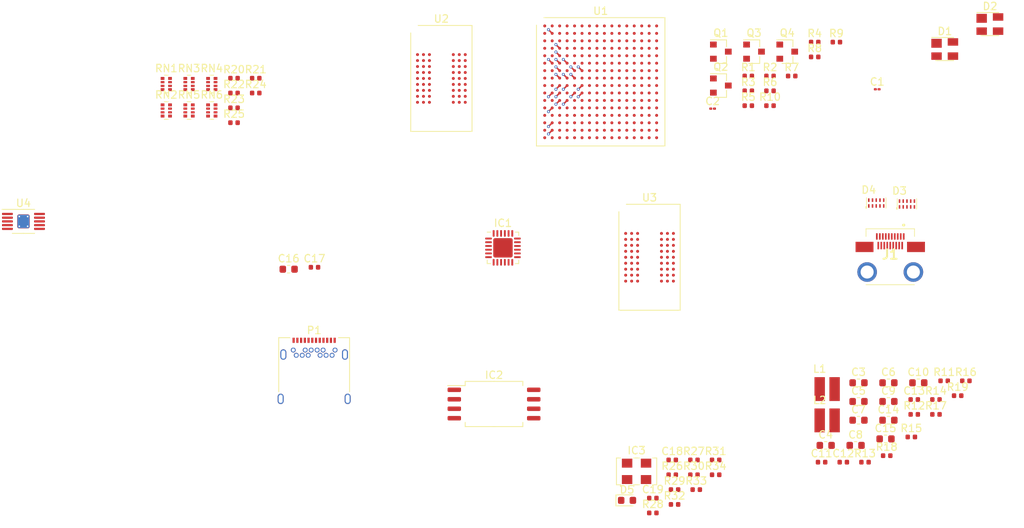
<source format=kicad_pcb>
(kicad_pcb (version 20171130) (host pcbnew "(5.1.5-0-10_14)")
  (layers (0 F.Cu signal) (31 B.Cu signal) (34 B.Paste user) (35 F.Paste user) (36 B.SilkS user) (37 F.SilkS user) (38 B.Mask user) (39 F.Mask user) (44 Edge.Cuts user))
  (net 0 "")
  (net 1 GND)
  (net 2 "Net-(C1-Pad1)")
  (net 3 "Net-(D2-Pad3)")
  (net 4 HDMI_P5V)
  (net 5 HDMI_SDA)
  (net 6 HDMI_SCL)
  (net 7 "Net-(J1-Pad14)")
  (net 8 HDMI_CEC)
  (net 9 TMDS_CLK_N)
  (net 10 TMDS_CLK_P)
  (net 11 TMDS0_N)
  (net 12 TMDS0_P)
  (net 13 TMDS1_N)
  (net 14 TMDS1_P)
  (net 15 TMDS2_N)
  (net 16 TMDS2_P)
  (net 17 "Net-(U1-PadT15)")
  (net 18 "Net-(U1-PadT14)")
  (net 19 "Net-(U1-PadT13)")
  (net 20 "Net-(U1-PadT12)")
  (net 21 "Net-(U1-PadT9)")
  (net 22 "Net-(U1-PadT8)")
  (net 23 "Net-(U1-PadT7)")
  (net 24 "Net-(U1-PadT6)")
  (net 25 "Net-(U1-PadT5)")
  (net 26 "Net-(U1-PadT4)")
  (net 27 "Net-(U1-PadR16)")
  (net 28 "Net-(U1-PadR15)")
  (net 29 "Net-(U1-PadR14)")
  (net 30 "Net-(U1-PadR12)")
  (net 31 "Net-(U1-PadR9)")
  (net 32 "Net-(U1-PadR7)")
  (net 33 "Net-(U1-PadR5)")
  (net 34 "Net-(U1-PadR3)")
  (net 35 SDRAM_DQ14)
  (net 36 SDRAM_DQ15)
  (net 37 "Net-(U1-PadP16)")
  (net 38 "Net-(U1-PadP15)")
  (net 39 "Net-(U1-PadP12)")
  (net 40 "Net-(U1-PadP11)")
  (net 41 "Net-(U1-PadP9)")
  (net 42 "Net-(U1-PadP8)")
  (net 43 "Net-(U1-PadP7)")
  (net 44 "Net-(U1-PadP6)")
  (net 45 "Net-(U1-PadP5)")
  (net 46 "Net-(U1-PadP4)")
  (net 47 SDRAM_DQ12)
  (net 48 SDRAM_DQ13)
  (net 49 "Net-(U1-PadN16)")
  (net 50 "Net-(U1-PadN14)")
  (net 51 "Net-(U1-PadN12)")
  (net 52 "Net-(U1-PadN11)")
  (net 53 "Net-(U1-PadN10)")
  (net 54 "Net-(U1-PadN9)")
  (net 55 "Net-(U1-PadN8)")
  (net 56 "Net-(U1-PadN6)")
  (net 57 "Net-(U1-PadN5)")
  (net 58 "Net-(U1-PadN4)")
  (net 59 "Net-(U1-PadN3)")
  (net 60 "Net-(U1-PadN1)")
  (net 61 "Net-(U1-PadM16)")
  (net 62 "Net-(U1-PadM15)")
  (net 63 "Net-(U1-PadM14)")
  (net 64 "Net-(U1-PadM13)")
  (net 65 "Net-(U1-PadM12)")
  (net 66 "Net-(U1-PadM11)")
  (net 67 "Net-(U1-PadM10)")
  (net 68 "Net-(U1-PadM9)")
  (net 69 "Net-(U1-PadM7)")
  (net 70 "Net-(U1-PadM6)")
  (net 71 "Net-(U1-PadM5)")
  (net 72 "Net-(U1-PadM4)")
  (net 73 "Net-(U1-PadM3)")
  (net 74 SDRAM_DQ10)
  (net 75 SDRAM_DQ11)
  (net 76 "Net-(U1-PadL16)")
  (net 77 "Net-(U1-PadL14)")
  (net 78 "Net-(U1-PadL13)")
  (net 79 "Net-(U1-PadL12)")
  (net 80 "Net-(U1-PadL10)")
  (net 81 "Net-(U1-PadL8)")
  (net 82 "Net-(U1-PadL7)")
  (net 83 "Net-(U1-PadL5)")
  (net 84 SDRAM_A3)
  (net 85 SDRAM_DQ8)
  (net 86 SDRAM_DQ9)
  (net 87 "Net-(U1-PadK16)")
  (net 88 "Net-(U1-PadK15)")
  (net 89 "Net-(U1-PadK14)")
  (net 90 "Net-(U1-PadK12)")
  (net 91 "Net-(U1-PadK11)")
  (net 92 SDRAM_A1)
  (net 93 SDRAM_A0)
  (net 94 SDRAM_DQM1)
  (net 95 SDRAM_DQ0)
  (net 96 SDRAM_DQ1)
  (net 97 "Net-(U1-PadJ16)")
  (net 98 "Net-(U1-PadJ14)")
  (net 99 "Net-(U1-PadJ13)")
  (net 100 "Net-(U1-PadJ12)")
  (net 101 "Net-(U1-PadJ11)")
  (net 102 SDRAM_RAS_N)
  (net 103 SDRAM_DQM0)
  (net 104 SDRAM_DQ2)
  (net 105 SDRAM_DQ3)
  (net 106 SDRAM_CAS_N)
  (net 107 SDRAM_A5)
  (net 108 SDRAM_A6)
  (net 109 "Net-(U1-PadH2)")
  (net 110 "Net-(U1-PadH1)")
  (net 111 SDRAM_A10)
  (net 112 SDRAM_A4)
  (net 113 SDRAM_DQ6)
  (net 114 SDRAM_DQ7)
  (net 115 "Net-(U1-PadF10)")
  (net 116 "Net-(U1-PadF9)")
  (net 117 /Sheet5F173767/SDRAM_A13)
  (net 118 /Sheet5F173767/SDRAM_A14)
  (net 119 SDRAM_CKE)
  (net 120 SDRAM_A12)
  (net 121 SDRAM_DQ4)
  (net 122 SDRAM_DQ5)
  (net 123 "Net-(U1-PadE11)")
  (net 124 "Net-(U1-PadE10)")
  (net 125 "Net-(U1-PadE8)")
  (net 126 "Net-(U1-PadE7)")
  (net 127 "Net-(U1-PadE4)")
  (net 128 SDRAM_A11)
  (net 129 "Net-(U1-PadE2)")
  (net 130 "Net-(U1-PadE1)")
  (net 131 "Net-(U1-PadD12)")
  (net 132 "Net-(U1-PadD11)")
  (net 133 "Net-(U1-PadD9)")
  (net 134 "Net-(U1-PadD8)")
  (net 135 SDRAM_A7)
  (net 136 SDRAM_A2)
  (net 137 "Net-(U1-PadC13)")
  (net 138 "Net-(U1-PadC11)")
  (net 139 "Net-(U1-PadC10)")
  (net 140 "Net-(U1-PadC9)")
  (net 141 "Net-(U1-PadC8)")
  (net 142 "Net-(U1-PadC6)")
  (net 143 "Net-(U1-PadC3)")
  (net 144 "Net-(U1-PadC2)")
  (net 145 SDRAM_WE_N)
  (net 146 "Net-(U1-PadB14)")
  (net 147 "Net-(U1-PadB12)")
  (net 148 "Net-(U1-PadB10)")
  (net 149 "Net-(U1-PadB3)")
  (net 150 SDRAM_A8)
  (net 151 "Net-(U1-PadB1)")
  (net 152 "Net-(U1-PadA14)")
  (net 153 "Net-(U1-PadA13)")
  (net 154 "Net-(U1-PadA12)")
  (net 155 "Net-(U1-PadA11)")
  (net 156 "Net-(U1-PadA10)")
  (net 157 "Net-(U1-PadA9)")
  (net 158 "Net-(U1-PadA3)")
  (net 159 SDRAM_A9)
  (net 160 "Net-(U2-PadJ9)")
  (net 161 "Net-(U2-PadJ1)")
  (net 162 SDRAM_CS_N)
  (net 163 SDRAM_BA1)
  (net 164 SDRAM_BA0)
  (net 165 SDRAM_CLK)
  (net 166 "Net-(U2-PadE7)")
  (net 167 "Net-(U2-PadE3)")
  (net 168 "Net-(U2-PadE2)")
  (net 169 "Net-(U2-PadD7)")
  (net 170 "Net-(U2-PadD3)")
  (net 171 "Net-(U2-PadC7)")
  (net 172 "Net-(U2-PadC3)")
  (net 173 "Net-(U2-PadB7)")
  (net 174 "Net-(U2-PadB3)")
  (net 175 "Net-(U2-PadA9)")
  (net 176 "Net-(U2-PadA7)")
  (net 177 "Net-(U2-PadA3)")
  (net 178 "Net-(U2-PadA1)")
  (net 179 "Net-(U3-PadJ9)")
  (net 180 "Net-(U3-PadJ8)")
  (net 181 "Net-(U3-PadJ7)")
  (net 182 "Net-(U3-PadJ3)")
  (net 183 "Net-(U3-PadJ2)")
  (net 184 "Net-(U3-PadJ1)")
  (net 185 "Net-(U3-PadH9)")
  (net 186 "Net-(U3-PadH8)")
  (net 187 "Net-(U3-PadH7)")
  (net 188 "Net-(U3-PadH3)")
  (net 189 "Net-(U3-PadH2)")
  (net 190 "Net-(U3-PadH1)")
  (net 191 "Net-(U3-PadG9)")
  (net 192 "Net-(U3-PadG8)")
  (net 193 "Net-(U3-PadG7)")
  (net 194 "Net-(U3-PadG3)")
  (net 195 "Net-(U3-PadG2)")
  (net 196 "Net-(U3-PadG1)")
  (net 197 "Net-(U3-PadF9)")
  (net 198 "Net-(U3-PadF8)")
  (net 199 "Net-(U3-PadF7)")
  (net 200 "Net-(U3-PadF3)")
  (net 201 "Net-(U3-PadF2)")
  (net 202 "Net-(U3-PadF1)")
  (net 203 "Net-(U3-PadE9)")
  (net 204 "Net-(U3-PadE8)")
  (net 205 "Net-(U3-PadE7)")
  (net 206 "Net-(U3-PadE3)")
  (net 207 "Net-(U3-PadE2)")
  (net 208 "Net-(U3-PadE1)")
  (net 209 "Net-(U3-PadD9)")
  (net 210 "Net-(U3-PadD8)")
  (net 211 "Net-(U3-PadD7)")
  (net 212 "Net-(U3-PadD3)")
  (net 213 "Net-(U3-PadD2)")
  (net 214 "Net-(U3-PadD1)")
  (net 215 "Net-(U3-PadC9)")
  (net 216 "Net-(U3-PadC8)")
  (net 217 "Net-(U3-PadC7)")
  (net 218 "Net-(U3-PadC3)")
  (net 219 "Net-(U3-PadC2)")
  (net 220 "Net-(U3-PadC1)")
  (net 221 "Net-(U3-PadB9)")
  (net 222 "Net-(U3-PadB8)")
  (net 223 "Net-(U3-PadB7)")
  (net 224 "Net-(U3-PadB3)")
  (net 225 "Net-(U3-PadB2)")
  (net 226 "Net-(U3-PadB1)")
  (net 227 "Net-(U3-PadA9)")
  (net 228 "Net-(U3-PadA8)")
  (net 229 "Net-(U3-PadA7)")
  (net 230 "Net-(U3-PadA3)")
  (net 231 "Net-(U3-PadA2)")
  (net 232 "Net-(U3-PadA1)")
  (net 233 HDMI_HPD)
  (net 234 FPGA_SDA)
  (net 235 +3V3)
  (net 236 FPGA_SCL)
  (net 237 "Net-(Q3-Pad3)")
  (net 238 "Net-(Q3-Pad1)")
  (net 239 HPD_EN)
  (net 240 HPD_NOTIF)
  (net 241 "Net-(IC1-Pad22)")
  (net 242 "Net-(IC1-Pad21)")
  (net 243 "Net-(IC1-Pad14)")
  (net 244 "Net-(IC1-Pad5)")
  (net 245 "Net-(IC1-Pad3)")
  (net 246 +5V)
  (net 247 +1V8)
  (net 248 +1V2)
  (net 249 +2V5)
  (net 250 "Net-(C11-Pad1)")
  (net 251 "Net-(C12-Pad1)")
  (net 252 DSI_HS_CLK_P)
  (net 253 DSI_LP_CLK_N)
  (net 254 DSI_LP_CLK_P)
  (net 255 DSI_HS_CLK_N)
  (net 256 DSI_CLK_P)
  (net 257 DSI_CLK_N)
  (net 258 DSI_LP_N1)
  (net 259 DSI_LP_N0)
  (net 260 DSI_HS_P1)
  (net 261 DSI_HS_P0)
  (net 262 DSI_LP_P1)
  (net 263 DSI_LP_P0)
  (net 264 DSI_LP_N3)
  (net 265 DSI_LP_N2)
  (net 266 DSI_HS_P3)
  (net 267 DSI_HS_P2)
  (net 268 DSI_LP_P3)
  (net 269 DSI_LP_P2)
  (net 270 DSI_L1_N)
  (net 271 DSI_L1_P)
  (net 272 DSI_L0_P)
  (net 273 DSI_L0_N)
  (net 274 DSI_L3_N)
  (net 275 DSI_L3_P)
  (net 276 DSI_L2_P)
  (net 277 DSI_L2_N)
  (net 278 "Net-(P1-PadB11)")
  (net 279 "Net-(P1-PadB10)")
  (net 280 "Net-(P1-PadB8)")
  (net 281 "Net-(P1-PadB5)")
  (net 282 "Net-(P1-PadB3)")
  (net 283 "Net-(P1-PadB2)")
  (net 284 "Net-(P1-PadA1)")
  (net 285 "Net-(P1-PadS1)")
  (net 286 "Net-(P1-PadA11)")
  (net 287 "Net-(P1-PadA8)")
  (net 288 "Net-(P1-PadA10)")
  (net 289 "Net-(P1-PadA7)")
  (net 290 "Net-(P1-PadA6)")
  (net 291 "Net-(P1-PadA5)")
  (net 292 "Net-(P1-PadA3)")
  (net 293 "Net-(P1-PadA2)")
  (net 294 "Net-(U4-Pad6)")
  (net 295 "Net-(U4-Pad5)")
  (net 296 "Net-(U4-Pad4)")
  (net 297 "Net-(C17-Pad2)")
  (net 298 RXD)
  (net 299 TXD)
  (net 300 "Net-(IC2-Pad7)")
  (net 301 "Net-(IC2-Pad3)")
  (net 302 "Net-(D5-Pad2)")
  (net 303 "Net-(D5-Pad1)")
  (net 304 CFG_CLK)
  (net 305 CFG_MOSI)
  (net 306 CFG_MISO)
  (net 307 CFG_CS0)
  (net 308 CLK_25MHZ)
  (net 309 "Net-(R26-Pad1)")
  (net 310 "Net-(R27-Pad1)")
  (net 311 TMS)
  (net 312 CFG_M0)
  (net 313 CPU_RST)
  (net 314 DSI_HS_N1)
  (net 315 DSI_HS_N0)
  (net 316 DSI_HS_N3)
  (net 317 DSI_HS_N2)
  (net 318 TDO)
  (net 319 DSI_GPIO0)
  (net 320 DSI_GPIO1)
  (net 321 TCK)
  (net 322 TDI)
  (net 323 FGPA_SCL)
  (net 324 BL_DIM)
  (net 325 LCD_PWREN)
  (net 326 DSI_RESET_N)
  (net 327 DBG_TX)
  (net 328 DBG_RX)
  (module Resistor_SMD:R_0402_1005Metric (layer F.Cu) (at 136.64778 126.55922)
    (fp_text reference R34 (at 0 -1.17) (layer F.SilkS))
    (fp_text value 10k)
    (pad 2 smd roundrect (at 0.485 0) (size 0.59 0.64) (layers F.Cu F.Paste F.Mask) (net 307 CFG_CS0))
    (pad 1 smd roundrect (at -0.485 0) (size 0.59 0.64) (layers F.Cu F.Paste F.Mask) (net 313 CPU_RST))
  )
  (module Resistor_SMD:R_0402_1005Metric (layer F.Cu) (at 134.04778 128.54922)
    (fp_text reference R33 (at 0 -1.17) (layer F.SilkS))
    (fp_text value 10k)
    (pad 2 smd roundrect (at 0.485 0) (size 0.59 0.64) (layers F.Cu F.Paste F.Mask) (net 300 "Net-(IC2-Pad7)"))
    (pad 1 smd roundrect (at -0.485 0) (size 0.59 0.64) (layers F.Cu F.Paste F.Mask) (net 235 +3V3))
  )
  (module Resistor_SMD:R_0402_1005Metric (layer F.Cu) (at 131.13778 130.53922)
    (fp_text reference R32 (at 0 -1.17) (layer F.SilkS))
    (fp_text value 10k)
    (pad 2 smd roundrect (at 0.485 0) (size 0.59 0.64) (layers F.Cu F.Paste F.Mask) (net 301 "Net-(IC2-Pad3)"))
    (pad 1 smd roundrect (at -0.485 0) (size 0.59 0.64) (layers F.Cu F.Paste F.Mask) (net 235 +3V3))
  )
  (module Resistor_SMD:R_0402_1005Metric (layer F.Cu) (at 136.64778 124.56922)
    (fp_text reference R31 (at 0 -1.17) (layer F.SilkS))
    (fp_text value 0)
    (pad 2 smd roundrect (at 0.485 0) (size 0.59 0.64) (layers F.Cu F.Paste F.Mask) (net 249 +2V5))
    (pad 1 smd roundrect (at -0.485 0) (size 0.59 0.64) (layers F.Cu F.Paste F.Mask) (net 312 CFG_M0))
  )
  (module Resistor_SMD:R_0402_1005Metric (layer F.Cu) (at 133.73778 126.55922)
    (fp_text reference R30 (at 0 -1.17) (layer F.SilkS))
    (fp_text value 1k)
    (pad 2 smd roundrect (at 0.485 0) (size 0.59 0.64) (layers F.Cu F.Paste F.Mask) (net 1 GND))
    (pad 1 smd roundrect (at -0.485 0) (size 0.59 0.64) (layers F.Cu F.Paste F.Mask) (net 303 "Net-(D5-Pad1)"))
  )
  (module Resistor_SMD:R_0402_1005Metric (layer F.Cu) (at 131.13778 128.54922)
    (fp_text reference R29 (at 0 -1.17) (layer F.SilkS))
    (fp_text value 1k)
    (pad 2 smd roundrect (at 0.485 0) (size 0.59 0.64) (layers F.Cu F.Paste F.Mask) (net 235 +3V3))
    (pad 1 smd roundrect (at -0.485 0) (size 0.59 0.64) (layers F.Cu F.Paste F.Mask) (net 302 "Net-(D5-Pad2)"))
  )
  (module Resistor_SMD:R_0402_1005Metric (layer F.Cu) (at 128.22778 131.67922)
    (fp_text reference R28 (at 0 -1.17) (layer F.SilkS))
    (fp_text value 3.3k)
    (pad 2 smd roundrect (at 0.485 0) (size 0.59 0.64) (layers F.Cu F.Paste F.Mask) (net 311 TMS))
    (pad 1 smd roundrect (at -0.485 0) (size 0.59 0.64) (layers F.Cu F.Paste F.Mask) (net 1 GND))
  )
  (module Resistor_SMD:R_0402_1005Metric (layer F.Cu) (at 133.73778 124.56922)
    (fp_text reference R27 (at 0 -1.17) (layer F.SilkS))
    (fp_text value 3k3)
    (pad 2 smd roundrect (at 0.485 0) (size 0.59 0.64) (layers F.Cu F.Paste F.Mask) (net 249 +2V5))
    (pad 1 smd roundrect (at -0.485 0) (size 0.59 0.64) (layers F.Cu F.Paste F.Mask) (net 310 "Net-(R27-Pad1)"))
  )
  (module Resistor_SMD:R_0402_1005Metric (layer F.Cu) (at 130.82778 126.55922)
    (fp_text reference R26 (at 0 -1.17) (layer F.SilkS))
    (fp_text value 1k)
    (pad 2 smd roundrect (at 0.485 0) (size 0.59 0.64) (layers F.Cu F.Paste F.Mask) (net 249 +2V5))
    (pad 1 smd roundrect (at -0.485 0) (size 0.59 0.64) (layers F.Cu F.Paste F.Mask) (net 309 "Net-(R26-Pad1)"))
  )
  (module Oscillator:Oscillator_SMD_EuroQuartz_XO53-4Pin_5.0x3.2mm (layer F.Cu) (at 126.04778 126.09922)
    (fp_text reference IC3 (at 0 -2.8) (layer F.SilkS))
    (fp_text value 25MHz)
    (pad 4 smd rect (at -1.27 -1.1) (size 1.4 1.2) (layers F.Cu F.Paste F.Mask) (net 235 +3V3))
    (pad 3 smd rect (at 1.27 -1.1) (size 1.4 1.2) (layers F.Cu F.Paste F.Mask) (net 308 CLK_25MHZ))
    (pad 2 smd rect (at 1.27 1.1) (size 1.4 1.2) (layers F.Cu F.Paste F.Mask) (net 1 GND))
    (pad 1 smd rect (at -1.27 1.1) (size 1.4 1.2) (layers F.Cu F.Paste F.Mask) (net 235 +3V3))
  )
  (module LED_SMD:LED_0603_1608Metric (layer F.Cu) (at 124.76778 129.98922)
    (fp_text reference D5 (at 0 -1.43) (layer F.SilkS))
    (fp_text value LED)
    (pad 2 smd roundrect (at 0.7875 0) (size 0.875 0.95) (layers F.Cu F.Paste F.Mask) (net 302 "Net-(D5-Pad2)"))
    (pad 1 smd roundrect (at -0.7875 0) (size 0.875 0.95) (layers F.Cu F.Paste F.Mask) (net 303 "Net-(D5-Pad1)"))
  )
  (module Capacitor_SMD:C_0402_1005Metric (layer F.Cu) (at 128.22778 129.68922)
    (fp_text reference C19 (at 0 -1.17) (layer F.SilkS))
    (fp_text value 100n)
    (pad 2 smd roundrect (at 0.485 0) (size 0.59 0.64) (layers F.Cu F.Paste F.Mask) (net 235 +3V3))
    (pad 1 smd roundrect (at -0.485 0) (size 0.59 0.64) (layers F.Cu F.Paste F.Mask) (net 1 GND))
  )
  (module Capacitor_SMD:C_0402_1005Metric (layer F.Cu) (at 130.82778 124.56922)
    (fp_text reference C18 (at 0 -1.17) (layer F.SilkS))
    (fp_text value 100n)
    (pad 2 smd roundrect (at 0.485 0) (size 0.59 0.64) (layers F.Cu F.Paste F.Mask) (net 1 GND))
    (pad 1 smd roundrect (at -0.485 0) (size 0.59 0.64) (layers F.Cu F.Paste F.Mask) (net 235 +3V3))
  )
  (module Package_SO:SOIC-8_7.5x5.85mm_P1.27mm (layer F.Cu) (at 106.93908 117.06352)
    (fp_text reference IC2 (at 0 -3.88) (layer F.SilkS))
    (fp_text value M25P80-VMN6P)
    (pad 8 smd roundrect (at 5.325 -1.905) (size 1.8 0.6) (layers F.Cu F.Paste F.Mask) (net 235 +3V3))
    (pad 7 smd roundrect (at 5.325 -0.635) (size 1.8 0.6) (layers F.Cu F.Paste F.Mask) (net 300 "Net-(IC2-Pad7)"))
    (pad 6 smd roundrect (at 5.325 0.635) (size 1.8 0.6) (layers F.Cu F.Paste F.Mask) (net 304 CFG_CLK))
    (pad 5 smd roundrect (at 5.325 1.905) (size 1.8 0.6) (layers F.Cu F.Paste F.Mask) (net 305 CFG_MOSI))
    (pad 4 smd roundrect (at -5.325 1.905) (size 1.8 0.6) (layers F.Cu F.Paste F.Mask) (net 1 GND))
    (pad 3 smd roundrect (at -5.325 0.635) (size 1.8 0.6) (layers F.Cu F.Paste F.Mask) (net 301 "Net-(IC2-Pad3)"))
    (pad 2 smd roundrect (at -5.325 -0.635) (size 1.8 0.6) (layers F.Cu F.Paste F.Mask) (net 306 CFG_MISO))
    (pad 1 smd roundrect (at -5.325 -1.905) (size 1.8 0.6) (layers F.Cu F.Paste F.Mask) (net 307 CFG_CS0))
  )
  (module Capacitor_SMD:C_0402_1005Metric (layer F.Cu) (at 82.8731 98.71618)
    (fp_text reference C17 (at 0 -1.17) (layer F.SilkS))
    (fp_text value 100n)
    (pad 2 smd roundrect (at 0.485 0) (size 0.59 0.64) (layers F.Cu F.Paste F.Mask) (net 297 "Net-(C17-Pad2)"))
    (pad 1 smd roundrect (at -0.485 0) (size 0.59 0.64) (layers F.Cu F.Paste F.Mask) (net 1 GND))
  )
  (module Capacitor_SMD:C_0603_1608Metric (layer F.Cu) (at 79.4131 98.97618)
    (fp_text reference C16 (at 0 -1.43) (layer F.SilkS))
    (fp_text value 10u)
    (pad 2 smd roundrect (at 0.7875 0) (size 0.875 0.95) (layers F.Cu F.Paste F.Mask) (net 1 GND))
    (pad 1 smd roundrect (at -0.7875 0) (size 0.875 0.95) (layers F.Cu F.Paste F.Mask) (net 246 +5V))
  )
  (module Package_SO:MSOP-10-1EP_3x3mm_P0.5mm_EP1.68x1.88mm_ThermalVias (layer F.Cu) (at 43.863741 92.564761)
    (fp_text reference U4 (at 0 -2.45) (layer F.SilkS))
    (fp_text value CH340E)
    (pad 10 smd roundrect (at 2.15 -1) (size 1.45 0.3) (layers F.Cu F.Paste F.Mask) (net 297 "Net-(C17-Pad2)"))
    (pad 9 smd roundrect (at 2.15 -0.5) (size 1.45 0.3) (layers F.Cu F.Paste F.Mask) (net 298 RXD))
    (pad 8 smd roundrect (at 2.15 0) (size 1.45 0.3) (layers F.Cu F.Paste F.Mask) (net 299 TXD))
    (pad 7 smd roundrect (at 2.15 0.5) (size 1.45 0.3) (layers F.Cu F.Paste F.Mask) (net 246 +5V))
    (pad 6 smd roundrect (at 2.15 1) (size 1.45 0.3) (layers F.Cu F.Paste F.Mask) (net 294 "Net-(U4-Pad6)"))
    (pad 5 smd roundrect (at -2.15 1) (size 1.45 0.3) (layers F.Cu F.Paste F.Mask) (net 295 "Net-(U4-Pad5)"))
    (pad 4 smd roundrect (at -2.15 0.5) (size 1.45 0.3) (layers F.Cu F.Paste F.Mask) (net 296 "Net-(U4-Pad4)"))
    (pad 3 smd roundrect (at -2.15 0) (size 1.45 0.3) (layers F.Cu F.Paste F.Mask) (net 1 GND))
    (pad 2 smd roundrect (at -2.15 -0.5) (size 1.45 0.3) (layers F.Cu F.Paste F.Mask) (net 289 "Net-(P1-PadA7)"))
    (pad 1 smd roundrect (at -2.15 -1) (size 1.45 0.3) (layers F.Cu F.Paste F.Mask) (net 290 "Net-(P1-PadA6)"))
    (pad 11 smd roundrect (at 0 0) (size 1.6 1.8) (layers B.Cu) (roundrect_rratio 0.15625))
    (pad 11 thru_hole circle (at 0.55 0.65) (size 0.5 0.5) (drill 0.2) (layers *.Cu))
    (pad 11 thru_hole circle (at -0.55 0.65) (size 0.5 0.5) (drill 0.2) (layers *.Cu))
    (pad 11 thru_hole circle (at 0.55 -0.65) (size 0.5 0.5) (drill 0.2) (layers *.Cu))
    (pad 11 thru_hole circle (at -0.55 -0.65) (size 0.5 0.5) (drill 0.2) (layers *.Cu))
    (pad 11 smd roundrect (at 0 0) (size 1.68 1.88) (layers F.Cu F.Mask) (roundrect_rratio 0.14881))
  )
  (module Connector_USB:USB_C_Receptacle_Amphenol_12401548E4-2A (layer F.Cu) (at 82.8294 113.53546)
    (fp_text reference P1 (at 0 -6.36) (layer F.SilkS))
    (fp_text value USB_C_Plug)
    (pad B11 thru_hole circle (at -2.4 -3.01) (size 0.65 0.65) (drill 0.4) (layers *.Cu *.Mask) (net 278 "Net-(P1-PadB11)"))
    (pad B10 thru_hole circle (at -1.6 -3.01) (size 0.65 0.65) (drill 0.4) (layers *.Cu *.Mask) (net 279 "Net-(P1-PadB10)"))
    (pad B8 thru_hole circle (at -0.8 -3.01) (size 0.65 0.65) (drill 0.4) (layers *.Cu *.Mask) (net 280 "Net-(P1-PadB8)"))
    (pad B5 thru_hole circle (at 0.8 -3.01) (size 0.65 0.65) (drill 0.4) (layers *.Cu *.Mask) (net 281 "Net-(P1-PadB5)"))
    (pad B3 thru_hole circle (at 1.6 -3.01) (size 0.65 0.65) (drill 0.4) (layers *.Cu *.Mask) (net 282 "Net-(P1-PadB3)"))
    (pad B2 thru_hole circle (at 2.4 -3.01) (size 0.65 0.65) (drill 0.4) (layers *.Cu *.Mask) (net 283 "Net-(P1-PadB2)"))
    (pad B12 thru_hole circle (at -2.8 -3.71) (size 0.65 0.65) (drill 0.4) (layers *.Cu *.Mask) (net 284 "Net-(P1-PadA1)"))
    (pad B9 thru_hole circle (at -1.2 -3.71) (size 0.65 0.65) (drill 0.4) (layers *.Cu *.Mask) (net 246 +5V))
    (pad B7 thru_hole circle (at -0.4 -3.71) (size 0.65 0.65) (drill 0.4) (layers *.Cu *.Mask))
    (pad B6 thru_hole circle (at 0.4 -3.71) (size 0.65 0.65) (drill 0.4) (layers *.Cu *.Mask))
    (pad B4 thru_hole circle (at 1.2 -3.71) (size 0.65 0.65) (drill 0.4) (layers *.Cu *.Mask) (net 246 +5V))
    (pad B1 thru_hole circle (at 2.8 -3.71) (size 0.65 0.65) (drill 0.4) (layers *.Cu *.Mask) (net 284 "Net-(P1-PadA1)"))
    (pad "" np_thru_hole circle (at -3.6 -4.36) (size 0.65 0.65) (drill 0.65) (layers *.Cu *.Mask))
    (pad "" np_thru_hole oval (at 3.6 -4.36) (size 0.95 0.65) (drill oval 0.95 0.65) (layers *.Cu *.Mask))
    (pad S1 thru_hole oval (at -4.49 2.84) (size 0.8 1.4) (drill oval 0.5 1.1) (layers *.Cu *.Mask) (net 285 "Net-(P1-PadS1)"))
    (pad S1 thru_hole oval (at 4.49 2.84) (size 0.8 1.4) (drill oval 0.5 1.1) (layers *.Cu *.Mask) (net 285 "Net-(P1-PadS1)"))
    (pad S1 thru_hole oval (at 4.13 -3.11) (size 0.8 1.4) (drill oval 0.5 1.1) (layers *.Cu *.Mask) (net 285 "Net-(P1-PadS1)"))
    (pad A11 smd rect (at 2.25 -5.02) (size 0.3 0.7) (layers F.Cu F.Paste F.Mask) (net 286 "Net-(P1-PadA11)"))
    (pad A8 smd rect (at 0.75 -5.02) (size 0.3 0.7) (layers F.Cu F.Paste F.Mask) (net 287 "Net-(P1-PadA8)"))
    (pad A9 smd rect (at 1.25 -5.02) (size 0.3 0.7) (layers F.Cu F.Paste F.Mask) (net 246 +5V))
    (pad A10 smd rect (at 1.75 -5.02) (size 0.3 0.7) (layers F.Cu F.Paste F.Mask) (net 288 "Net-(P1-PadA10)"))
    (pad A12 smd rect (at 2.75 -5.02) (size 0.3 0.7) (layers F.Cu F.Paste F.Mask) (net 284 "Net-(P1-PadA1)"))
    (pad A7 smd rect (at 0.25 -5.02) (size 0.3 0.7) (layers F.Cu F.Paste F.Mask) (net 289 "Net-(P1-PadA7)"))
    (pad A6 smd rect (at -0.25 -5.02) (size 0.3 0.7) (layers F.Cu F.Paste F.Mask) (net 290 "Net-(P1-PadA6)"))
    (pad A5 smd rect (at -0.75 -5.02) (size 0.3 0.7) (layers F.Cu F.Paste F.Mask) (net 291 "Net-(P1-PadA5)"))
    (pad A4 smd rect (at -1.25 -5.02) (size 0.3 0.7) (layers F.Cu F.Paste F.Mask) (net 246 +5V))
    (pad A3 smd rect (at -1.75 -5.02) (size 0.3 0.7) (layers F.Cu F.Paste F.Mask) (net 292 "Net-(P1-PadA3)"))
    (pad A2 smd rect (at -2.25 -5.02) (size 0.3 0.7) (layers F.Cu F.Paste F.Mask) (net 293 "Net-(P1-PadA2)"))
    (pad A1 smd rect (at -2.75 -5.02) (size 0.3 0.7) (layers F.Cu F.Paste F.Mask) (net 284 "Net-(P1-PadA1)"))
    (pad S1 thru_hole oval (at -4.13 -3.11) (size 0.8 1.4) (drill oval 0.5 1.1) (layers *.Cu *.Mask) (net 285 "Net-(P1-PadS1)"))
  )
  (module Resistor_SMD:R_Array_Convex_4x0402 (layer F.Cu) (at 69.108621 77.679821)
    (fp_text reference RN6 (at 0 -2.1) (layer F.SilkS))
    (fp_text value 51)
    (pad 5 smd rect (at 0.5 0.75) (size 0.5 0.4) (layers F.Cu F.Paste F.Mask) (net 1 GND))
    (pad 6 smd rect (at 0.5 0.25) (size 0.5 0.3) (layers F.Cu F.Paste F.Mask) (net 1 GND))
    (pad 8 smd rect (at 0.5 -0.75) (size 0.5 0.4) (layers F.Cu F.Paste F.Mask) (net 1 GND))
    (pad 7 smd rect (at 0.5 -0.25) (size 0.5 0.3) (layers F.Cu F.Paste F.Mask) (net 1 GND))
    (pad 4 smd rect (at -0.5 0.75) (size 0.5 0.4) (layers F.Cu F.Paste F.Mask) (net 274 DSI_L3_N))
    (pad 2 smd rect (at -0.5 -0.25) (size 0.5 0.3) (layers F.Cu F.Paste F.Mask) (net 277 DSI_L2_N))
    (pad 3 smd rect (at -0.5 0.25) (size 0.5 0.3) (layers F.Cu F.Paste F.Mask) (net 275 DSI_L3_P))
    (pad 1 smd rect (at -0.5 -0.75) (size 0.5 0.4) (layers F.Cu F.Paste F.Mask) (net 276 DSI_L2_P))
  )
  (module Resistor_SMD:R_Array_Convex_4x0402 (layer F.Cu) (at 66.058621 77.679821)
    (fp_text reference RN5 (at 0 -2.1) (layer F.SilkS))
    (fp_text value 51)
    (pad 5 smd rect (at 0.5 0.75) (size 0.5 0.4) (layers F.Cu F.Paste F.Mask) (net 1 GND))
    (pad 6 smd rect (at 0.5 0.25) (size 0.5 0.3) (layers F.Cu F.Paste F.Mask) (net 1 GND))
    (pad 8 smd rect (at 0.5 -0.75) (size 0.5 0.4) (layers F.Cu F.Paste F.Mask) (net 1 GND))
    (pad 7 smd rect (at 0.5 -0.25) (size 0.5 0.3) (layers F.Cu F.Paste F.Mask) (net 1 GND))
    (pad 4 smd rect (at -0.5 0.75) (size 0.5 0.4) (layers F.Cu F.Paste F.Mask) (net 270 DSI_L1_N))
    (pad 2 smd rect (at -0.5 -0.25) (size 0.5 0.3) (layers F.Cu F.Paste F.Mask) (net 273 DSI_L0_N))
    (pad 3 smd rect (at -0.5 0.25) (size 0.5 0.3) (layers F.Cu F.Paste F.Mask) (net 271 DSI_L1_P))
    (pad 1 smd rect (at -0.5 -0.75) (size 0.5 0.4) (layers F.Cu F.Paste F.Mask) (net 272 DSI_L0_P))
  )
  (module Resistor_SMD:R_Array_Convex_4x0402 (layer F.Cu) (at 69.108621 74.129821)
    (fp_text reference RN4 (at 0 -2.1) (layer F.SilkS))
    (fp_text value 22)
    (pad 5 smd rect (at 0.5 0.75) (size 0.5 0.4) (layers F.Cu F.Paste F.Mask) (net 274 DSI_L3_N))
    (pad 6 smd rect (at 0.5 0.25) (size 0.5 0.3) (layers F.Cu F.Paste F.Mask) (net 275 DSI_L3_P))
    (pad 8 smd rect (at 0.5 -0.75) (size 0.5 0.4) (layers F.Cu F.Paste F.Mask) (net 276 DSI_L2_P))
    (pad 7 smd rect (at 0.5 -0.25) (size 0.5 0.3) (layers F.Cu F.Paste F.Mask) (net 277 DSI_L2_N))
    (pad 4 smd rect (at -0.5 0.75) (size 0.5 0.4) (layers F.Cu F.Paste F.Mask) (net 264 DSI_LP_N3))
    (pad 2 smd rect (at -0.5 -0.25) (size 0.5 0.3) (layers F.Cu F.Paste F.Mask) (net 265 DSI_LP_N2))
    (pad 3 smd rect (at -0.5 0.25) (size 0.5 0.3) (layers F.Cu F.Paste F.Mask) (net 268 DSI_LP_P3))
    (pad 1 smd rect (at -0.5 -0.75) (size 0.5 0.4) (layers F.Cu F.Paste F.Mask) (net 269 DSI_LP_P2))
  )
  (module Resistor_SMD:R_Array_Convex_4x0402 (layer F.Cu) (at 66.058621 74.129821)
    (fp_text reference RN3 (at 0 -2.1) (layer F.SilkS))
    (fp_text value 160)
    (pad 5 smd rect (at 0.5 0.75) (size 0.5 0.4) (layers F.Cu F.Paste F.Mask) (net 274 DSI_L3_N))
    (pad 6 smd rect (at 0.5 0.25) (size 0.5 0.3) (layers F.Cu F.Paste F.Mask) (net 275 DSI_L3_P))
    (pad 8 smd rect (at 0.5 -0.75) (size 0.5 0.4) (layers F.Cu F.Paste F.Mask) (net 276 DSI_L2_P))
    (pad 7 smd rect (at 0.5 -0.25) (size 0.5 0.3) (layers F.Cu F.Paste F.Mask) (net 277 DSI_L2_N))
    (pad 4 smd rect (at -0.5 0.75) (size 0.5 0.4) (layers F.Cu F.Paste F.Mask) (net 316 DSI_HS_N3))
    (pad 2 smd rect (at -0.5 -0.25) (size 0.5 0.3) (layers F.Cu F.Paste F.Mask) (net 317 DSI_HS_N2))
    (pad 3 smd rect (at -0.5 0.25) (size 0.5 0.3) (layers F.Cu F.Paste F.Mask) (net 266 DSI_HS_P3))
    (pad 1 smd rect (at -0.5 -0.75) (size 0.5 0.4) (layers F.Cu F.Paste F.Mask) (net 267 DSI_HS_P2))
  )
  (module Resistor_SMD:R_Array_Convex_4x0402 (layer F.Cu) (at 63.008621 77.679821)
    (fp_text reference RN2 (at 0 -2.1) (layer F.SilkS))
    (fp_text value 22)
    (pad 5 smd rect (at 0.5 0.75) (size 0.5 0.4) (layers F.Cu F.Paste F.Mask) (net 270 DSI_L1_N))
    (pad 6 smd rect (at 0.5 0.25) (size 0.5 0.3) (layers F.Cu F.Paste F.Mask) (net 271 DSI_L1_P))
    (pad 8 smd rect (at 0.5 -0.75) (size 0.5 0.4) (layers F.Cu F.Paste F.Mask) (net 272 DSI_L0_P))
    (pad 7 smd rect (at 0.5 -0.25) (size 0.5 0.3) (layers F.Cu F.Paste F.Mask) (net 273 DSI_L0_N))
    (pad 4 smd rect (at -0.5 0.75) (size 0.5 0.4) (layers F.Cu F.Paste F.Mask) (net 258 DSI_LP_N1))
    (pad 2 smd rect (at -0.5 -0.25) (size 0.5 0.3) (layers F.Cu F.Paste F.Mask) (net 259 DSI_LP_N0))
    (pad 3 smd rect (at -0.5 0.25) (size 0.5 0.3) (layers F.Cu F.Paste F.Mask) (net 262 DSI_LP_P1))
    (pad 1 smd rect (at -0.5 -0.75) (size 0.5 0.4) (layers F.Cu F.Paste F.Mask) (net 263 DSI_LP_P0))
  )
  (module Resistor_SMD:R_Array_Convex_4x0402 (layer F.Cu) (at 63.008621 74.129821)
    (fp_text reference RN1 (at 0 -2.1) (layer F.SilkS))
    (fp_text value 160)
    (pad 5 smd rect (at 0.5 0.75) (size 0.5 0.4) (layers F.Cu F.Paste F.Mask) (net 270 DSI_L1_N))
    (pad 6 smd rect (at 0.5 0.25) (size 0.5 0.3) (layers F.Cu F.Paste F.Mask) (net 271 DSI_L1_P))
    (pad 8 smd rect (at 0.5 -0.75) (size 0.5 0.4) (layers F.Cu F.Paste F.Mask) (net 272 DSI_L0_P))
    (pad 7 smd rect (at 0.5 -0.25) (size 0.5 0.3) (layers F.Cu F.Paste F.Mask) (net 273 DSI_L0_N))
    (pad 4 smd rect (at -0.5 0.75) (size 0.5 0.4) (layers F.Cu F.Paste F.Mask) (net 314 DSI_HS_N1))
    (pad 2 smd rect (at -0.5 -0.25) (size 0.5 0.3) (layers F.Cu F.Paste F.Mask) (net 315 DSI_HS_N0))
    (pad 3 smd rect (at -0.5 0.25) (size 0.5 0.3) (layers F.Cu F.Paste F.Mask) (net 260 DSI_HS_P1))
    (pad 1 smd rect (at -0.5 -0.75) (size 0.5 0.4) (layers F.Cu F.Paste F.Mask) (net 261 DSI_HS_P0))
  )
  (module Resistor_SMD:R_0402_1005Metric (layer F.Cu) (at 72.088621 79.319821)
    (fp_text reference R25 (at 0 -1.17) (layer F.SilkS))
    (fp_text value 51)
    (pad 2 smd roundrect (at 0.485 0) (size 0.59 0.64) (layers F.Cu F.Paste F.Mask) (net 1 GND))
    (pad 1 smd roundrect (at -0.485 0) (size 0.59 0.64) (layers F.Cu F.Paste F.Mask) (net 257 DSI_CLK_N))
  )
  (module Resistor_SMD:R_0402_1005Metric (layer F.Cu) (at 74.998621 75.339821)
    (fp_text reference R24 (at 0 -1.17) (layer F.SilkS))
    (fp_text value 51)
    (pad 2 smd roundrect (at 0.485 0) (size 0.59 0.64) (layers F.Cu F.Paste F.Mask) (net 1 GND))
    (pad 1 smd roundrect (at -0.485 0) (size 0.59 0.64) (layers F.Cu F.Paste F.Mask) (net 256 DSI_CLK_P))
  )
  (module Resistor_SMD:R_0402_1005Metric (layer F.Cu) (at 72.088621 77.329821)
    (fp_text reference R23 (at 0 -1.17) (layer F.SilkS))
    (fp_text value 22)
    (pad 2 smd roundrect (at 0.485 0) (size 0.59 0.64) (layers F.Cu F.Paste F.Mask) (net 257 DSI_CLK_N))
    (pad 1 smd roundrect (at -0.485 0) (size 0.59 0.64) (layers F.Cu F.Paste F.Mask) (net 253 DSI_LP_CLK_N))
  )
  (module Resistor_SMD:R_0402_1005Metric (layer F.Cu) (at 72.088621 75.339821)
    (fp_text reference R22 (at 0 -1.17) (layer F.SilkS))
    (fp_text value 22)
    (pad 2 smd roundrect (at 0.485 0) (size 0.59 0.64) (layers F.Cu F.Paste F.Mask) (net 256 DSI_CLK_P))
    (pad 1 smd roundrect (at -0.485 0) (size 0.59 0.64) (layers F.Cu F.Paste F.Mask) (net 254 DSI_LP_CLK_P))
  )
  (module Resistor_SMD:R_0402_1005Metric (layer F.Cu) (at 74.998621 73.349821)
    (fp_text reference R21 (at 0 -1.17) (layer F.SilkS))
    (fp_text value 160)
    (pad 2 smd roundrect (at 0.485 0) (size 0.59 0.64) (layers F.Cu F.Paste F.Mask) (net 257 DSI_CLK_N))
    (pad 1 smd roundrect (at -0.485 0) (size 0.59 0.64) (layers F.Cu F.Paste F.Mask) (net 255 DSI_HS_CLK_N))
  )
  (module Resistor_SMD:R_0402_1005Metric (layer F.Cu) (at 72.088621 73.349821)
    (fp_text reference R20 (at 0 -1.17) (layer F.SilkS))
    (fp_text value 160)
    (pad 2 smd roundrect (at 0.485 0) (size 0.59 0.64) (layers F.Cu F.Paste F.Mask) (net 256 DSI_CLK_P))
    (pad 1 smd roundrect (at -0.485 0) (size 0.59 0.64) (layers F.Cu F.Paste F.Mask) (net 252 DSI_HS_CLK_P))
  )
  (module Resistor_SMD:R_0402_1005Metric (layer F.Cu) (at 169.08852 115.94618)
    (fp_text reference R19 (at 0 -1.17) (layer F.SilkS))
    (fp_text value 100k)
    (pad 2 smd roundrect (at 0.485 0) (size 0.59 0.64) (layers F.Cu F.Paste F.Mask) (net 1 GND))
    (pad 1 smd roundrect (at -0.485 0) (size 0.59 0.64) (layers F.Cu F.Paste F.Mask) (net 251 "Net-(C12-Pad1)"))
  )
  (module Resistor_SMD:R_0402_1005Metric (layer F.Cu) (at 159.57852 123.99618)
    (fp_text reference R18 (at 0 -1.17) (layer F.SilkS))
    (fp_text value 178k)
    (pad 2 smd roundrect (at 0.485 0) (size 0.59 0.64) (layers F.Cu F.Paste F.Mask) (net 1 GND))
    (pad 1 smd roundrect (at -0.485 0) (size 0.59 0.64) (layers F.Cu F.Paste F.Mask) (net 250 "Net-(C11-Pad1)"))
  )
  (module Resistor_SMD:R_0402_1005Metric (layer F.Cu) (at 166.17852 118.45618)
    (fp_text reference R17 (at 0 -1.17) (layer F.SilkS))
    (fp_text value 560k)
    (pad 2 smd roundrect (at 0.485 0) (size 0.59 0.64) (layers F.Cu F.Paste F.Mask) (net 251 "Net-(C12-Pad1)"))
    (pad 1 smd roundrect (at -0.485 0) (size 0.59 0.64) (layers F.Cu F.Paste F.Mask) (net 235 +3V3))
  )
  (module Resistor_SMD:R_0402_1005Metric (layer F.Cu) (at 170.18852 113.95618)
    (fp_text reference R16 (at 0 -1.17) (layer F.SilkS))
    (fp_text value 464k)
    (pad 2 smd roundrect (at 0.485 0) (size 0.59 0.64) (layers F.Cu F.Paste F.Mask) (net 250 "Net-(C11-Pad1)"))
    (pad 1 smd roundrect (at -0.485 0) (size 0.59 0.64) (layers F.Cu F.Paste F.Mask) (net 247 +1V8))
  )
  (module Resistor_SMD:R_0402_1005Metric (layer F.Cu) (at 162.87852 121.48618)
    (fp_text reference R15 (at 0 -1.17) (layer F.SilkS))
    (fp_text value 187k)
    (pad 2 smd roundrect (at 0.485 0) (size 0.59 0.64) (layers F.Cu F.Paste F.Mask) (net 1 GND))
    (pad 1 smd roundrect (at -0.485 0) (size 0.59 0.64) (layers F.Cu F.Paste F.Mask) (net 241 "Net-(IC1-Pad22)"))
  )
  (module Resistor_SMD:R_0402_1005Metric (layer F.Cu) (at 166.17852 116.46618)
    (fp_text reference R14 (at 0 -1.17) (layer F.SilkS))
    (fp_text value 200k)
    (pad 2 smd roundrect (at 0.485 0) (size 0.59 0.64) (layers F.Cu F.Paste F.Mask) (net 1 GND))
    (pad 1 smd roundrect (at -0.485 0) (size 0.59 0.64) (layers F.Cu F.Paste F.Mask) (net 242 "Net-(IC1-Pad21)"))
  )
  (module Resistor_SMD:R_0402_1005Metric (layer F.Cu) (at 156.66852 124.86618)
    (fp_text reference R13 (at 0 -1.17) (layer F.SilkS))
    (fp_text value 750k)
    (pad 2 smd roundrect (at 0.485 0) (size 0.59 0.64) (layers F.Cu F.Paste F.Mask) (net 241 "Net-(IC1-Pad22)"))
    (pad 1 smd roundrect (at -0.485 0) (size 0.59 0.64) (layers F.Cu F.Paste F.Mask) (net 249 +2V5))
  )
  (module Resistor_SMD:R_0402_1005Metric (layer F.Cu) (at 163.26852 118.45618)
    (fp_text reference R12 (at 0 -1.17) (layer F.SilkS))
    (fp_text value 280k)
    (pad 2 smd roundrect (at 0.485 0) (size 0.59 0.64) (layers F.Cu F.Paste F.Mask) (net 242 "Net-(IC1-Pad21)"))
    (pad 1 smd roundrect (at -0.485 0) (size 0.59 0.64) (layers F.Cu F.Paste F.Mask) (net 248 +1V2))
  )
  (module Resistor_SMD:R_0402_1005Metric (layer F.Cu) (at 167.27852 113.95618)
    (fp_text reference R11 (at 0 -1.17) (layer F.SilkS))
    (fp_text value 100k)
    (pad 2 smd roundrect (at 0.485 0) (size 0.59 0.64) (layers F.Cu F.Paste F.Mask) (net 246 +5V))
    (pad 1 smd roundrect (at -0.485 0) (size 0.59 0.64) (layers F.Cu F.Paste F.Mask) (net 245 "Net-(IC1-Pad3)"))
  )
  (module dsi_shield:IND_PANASONIC_ELLVEG (layer F.Cu) (at 150.593519 119.261179)
    (fp_text reference L2 (at 0 -2.702) (layer F.SilkS))
    (fp_text value 2.2uH)
    (pad 2 smd rect (at 2 0) (size 1.4 3.2) (layers F.Cu F.Paste F.Mask) (net 235 +3V3))
    (pad 1 smd rect (at 0 0) (size 1.4 3.2) (layers F.Cu F.Paste F.Mask) (net 243 "Net-(IC1-Pad14)"))
  )
  (module dsi_shield:IND_PANASONIC_ELLVEG (layer F.Cu) (at 150.593519 115.061179)
    (fp_text reference L1 (at 0 -2.702) (layer F.SilkS))
    (fp_text value 2.2uH)
    (pad 2 smd rect (at 2 0) (size 1.4 3.2) (layers F.Cu F.Paste F.Mask) (net 247 +1V8))
    (pad 1 smd rect (at 0 0) (size 1.4 3.2) (layers F.Cu F.Paste F.Mask) (net 244 "Net-(IC1-Pad5)"))
  )
  (module Capacitor_SMD:C_0603_1608Metric (layer F.Cu) (at 159.41852 121.74618)
    (fp_text reference C15 (at 0 -1.43) (layer F.SilkS))
    (fp_text value 10u)
    (pad 2 smd roundrect (at 0.7875 0) (size 0.875 0.95) (layers F.Cu F.Paste F.Mask) (net 1 GND))
    (pad 1 smd roundrect (at -0.7875 0) (size 0.875 0.95) (layers F.Cu F.Paste F.Mask) (net 235 +3V3))
  )
  (module Capacitor_SMD:C_0603_1608Metric (layer F.Cu) (at 159.80852 119.23618)
    (fp_text reference C14 (at 0 -1.43) (layer F.SilkS))
    (fp_text value 10u)
    (pad 2 smd roundrect (at 0.7875 0) (size 0.875 0.95) (layers F.Cu F.Paste F.Mask) (net 1 GND))
    (pad 1 smd roundrect (at -0.7875 0) (size 0.875 0.95) (layers F.Cu F.Paste F.Mask) (net 247 +1V8))
  )
  (module Capacitor_SMD:C_0402_1005Metric (layer F.Cu) (at 163.26852 116.46618)
    (fp_text reference C13 (at 0 -1.17) (layer F.SilkS))
    (fp_text value 33p)
    (pad 2 smd roundrect (at 0.485 0) (size 0.59 0.64) (layers F.Cu F.Paste F.Mask) (net 1 GND))
    (pad 1 smd roundrect (at -0.485 0) (size 0.59 0.64) (layers F.Cu F.Paste F.Mask) (net 251 "Net-(C12-Pad1)"))
  )
  (module Capacitor_SMD:C_0402_1005Metric (layer F.Cu) (at 153.75852 124.86618)
    (fp_text reference C12 (at 0 -1.17) (layer F.SilkS))
    (fp_text value 6.8p)
    (pad 2 smd roundrect (at 0.485 0) (size 0.59 0.64) (layers F.Cu F.Paste F.Mask) (net 235 +3V3))
    (pad 1 smd roundrect (at -0.485 0) (size 0.59 0.64) (layers F.Cu F.Paste F.Mask) (net 251 "Net-(C12-Pad1)"))
  )
  (module Capacitor_SMD:C_0402_1005Metric (layer F.Cu) (at 150.84852 124.86618)
    (fp_text reference C11 (at 0 -1.17) (layer F.SilkS))
    (fp_text value 8.2p)
    (pad 2 smd roundrect (at 0.485 0) (size 0.59 0.64) (layers F.Cu F.Paste F.Mask) (net 247 +1V8))
    (pad 1 smd roundrect (at -0.485 0) (size 0.59 0.64) (layers F.Cu F.Paste F.Mask) (net 250 "Net-(C11-Pad1)"))
  )
  (module Capacitor_SMD:C_0603_1608Metric (layer F.Cu) (at 163.81852 114.21618)
    (fp_text reference C10 (at 0 -1.43) (layer F.SilkS))
    (fp_text value 10u)
    (pad 2 smd roundrect (at 0.7875 0) (size 0.875 0.95) (layers F.Cu F.Paste F.Mask) (net 1 GND))
    (pad 1 smd roundrect (at -0.7875 0) (size 0.875 0.95) (layers F.Cu F.Paste F.Mask) (net 249 +2V5))
  )
  (module Capacitor_SMD:C_0603_1608Metric (layer F.Cu) (at 159.80852 116.72618)
    (fp_text reference C9 (at 0 -1.43) (layer F.SilkS))
    (fp_text value 10u)
    (pad 2 smd roundrect (at 0.7875 0) (size 0.875 0.95) (layers F.Cu F.Paste F.Mask) (net 1 GND))
    (pad 1 smd roundrect (at -0.7875 0) (size 0.875 0.95) (layers F.Cu F.Paste F.Mask) (net 248 +1V2))
  )
  (module Capacitor_SMD:C_0603_1608Metric (layer F.Cu) (at 155.40852 122.61618)
    (fp_text reference C8 (at 0 -1.43) (layer F.SilkS))
    (fp_text value 1u)
    (pad 2 smd roundrect (at 0.7875 0) (size 0.875 0.95) (layers F.Cu F.Paste F.Mask) (net 246 +5V))
    (pad 1 smd roundrect (at -0.7875 0) (size 0.875 0.95) (layers F.Cu F.Paste F.Mask) (net 1 GND))
  )
  (module Capacitor_SMD:C_0603_1608Metric (layer F.Cu) (at 155.79852 119.23618)
    (fp_text reference C7 (at 0 -1.43) (layer F.SilkS))
    (fp_text value 4.7u)
    (pad 2 smd roundrect (at 0.7875 0) (size 0.875 0.95) (layers F.Cu F.Paste F.Mask) (net 1 GND))
    (pad 1 smd roundrect (at -0.7875 0) (size 0.875 0.95) (layers F.Cu F.Paste F.Mask) (net 246 +5V))
  )
  (module Capacitor_SMD:C_0603_1608Metric (layer F.Cu) (at 159.80852 114.21618)
    (fp_text reference C6 (at 0 -1.43) (layer F.SilkS))
    (fp_text value 4.7u)
    (pad 2 smd roundrect (at 0.7875 0) (size 0.875 0.95) (layers F.Cu F.Paste F.Mask) (net 1 GND))
    (pad 1 smd roundrect (at -0.7875 0) (size 0.875 0.95) (layers F.Cu F.Paste F.Mask) (net 246 +5V))
  )
  (module Capacitor_SMD:C_0603_1608Metric (layer F.Cu) (at 155.79852 116.72618)
    (fp_text reference C5 (at 0 -1.43) (layer F.SilkS))
    (fp_text value 1u)
    (pad 2 smd roundrect (at 0.7875 0) (size 0.875 0.95) (layers F.Cu F.Paste F.Mask) (net 1 GND))
    (pad 1 smd roundrect (at -0.7875 0) (size 0.875 0.95) (layers F.Cu F.Paste F.Mask) (net 235 +3V3))
  )
  (module Capacitor_SMD:C_0603_1608Metric (layer F.Cu) (at 151.39852 122.61618)
    (fp_text reference C4 (at 0 -1.43) (layer F.SilkS))
    (fp_text value 1u)
    (pad 2 smd roundrect (at 0.7875 0) (size 0.875 0.95) (layers F.Cu F.Paste F.Mask) (net 1 GND))
    (pad 1 smd roundrect (at -0.7875 0) (size 0.875 0.95) (layers F.Cu F.Paste F.Mask) (net 247 +1V8))
  )
  (module Capacitor_SMD:C_0603_1608Metric (layer F.Cu) (at 155.79852 114.21618)
    (fp_text reference C3 (at 0 -1.43) (layer F.SilkS))
    (fp_text value 1u)
    (pad 2 smd roundrect (at 0.7875 0) (size 0.875 0.95) (layers F.Cu F.Paste F.Mask) (net 246 +5V))
    (pad 1 smd roundrect (at -0.7875 0) (size 0.875 0.95) (layers F.Cu F.Paste F.Mask) (net 1 GND))
  )
  (module Package_DFN_QFN:WQFN-24-1EP_4x4mm_P0.5mm_EP2.6x2.6mm (layer F.Cu) (at 108.13796 96.11106)
    (fp_text reference IC1 (at 0 -3.32) (layer F.SilkS))
    (fp_text value LM26480)
    (pad 24 smd roundrect (at -1.25 -1.9375) (size 0.25 0.875) (layers F.Cu F.Paste F.Mask) (net 235 +3V3))
    (pad 23 smd roundrect (at -0.75 -1.9375) (size 0.25 0.875) (layers F.Cu F.Paste F.Mask) (net 249 +2V5))
    (pad 22 smd roundrect (at -0.25 -1.9375) (size 0.25 0.875) (layers F.Cu F.Paste F.Mask) (net 241 "Net-(IC1-Pad22)"))
    (pad 21 smd roundrect (at 0.25 -1.9375) (size 0.25 0.875) (layers F.Cu F.Paste F.Mask) (net 242 "Net-(IC1-Pad21)"))
    (pad 20 smd roundrect (at 0.75 -1.9375) (size 0.25 0.875) (layers F.Cu F.Paste F.Mask) (net 248 +1V2))
    (pad 19 smd roundrect (at 1.25 -1.9375) (size 0.25 0.875) (layers F.Cu F.Paste F.Mask) (net 247 +1V8))
    (pad 18 smd roundrect (at 1.9375 -1.25) (size 0.875 0.25) (layers F.Cu F.Paste F.Mask) (net 1 GND))
    (pad 17 smd roundrect (at 1.9375 -0.75) (size 0.875 0.25) (layers F.Cu F.Paste F.Mask) (net 246 +5V))
    (pad 16 smd roundrect (at 1.9375 -0.25) (size 0.875 0.25) (layers F.Cu F.Paste F.Mask) (net 246 +5V))
    (pad 15 smd roundrect (at 1.9375 0.25) (size 0.875 0.25) (layers F.Cu F.Paste F.Mask) (net 1 GND))
    (pad 14 smd roundrect (at 1.9375 0.75) (size 0.875 0.25) (layers F.Cu F.Paste F.Mask) (net 243 "Net-(IC1-Pad14)"))
    (pad 13 smd roundrect (at 1.9375 1.25) (size 0.875 0.25) (layers F.Cu F.Paste F.Mask) (net 246 +5V))
    (pad 12 smd roundrect (at 1.25 1.9375) (size 0.25 0.875) (layers F.Cu F.Paste F.Mask) (net 246 +5V))
    (pad 11 smd roundrect (at 0.75 1.9375) (size 0.25 0.875) (layers F.Cu F.Paste F.Mask) (net 251 "Net-(C12-Pad1)"))
    (pad 10 smd roundrect (at 0.25 1.9375) (size 0.25 0.875) (layers F.Cu F.Paste F.Mask) (net 246 +5V))
    (pad 9 smd roundrect (at -0.25 1.9375) (size 0.25 0.875) (layers F.Cu F.Paste F.Mask) (net 1 GND))
    (pad 8 smd roundrect (at -0.75 1.9375) (size 0.25 0.875) (layers F.Cu F.Paste F.Mask) (net 250 "Net-(C11-Pad1)"))
    (pad 7 smd roundrect (at -1.25 1.9375) (size 0.25 0.875) (layers F.Cu F.Paste F.Mask) (net 246 +5V))
    (pad 6 smd roundrect (at -1.9375 1.25) (size 0.875 0.25) (layers F.Cu F.Paste F.Mask) (net 246 +5V))
    (pad 5 smd roundrect (at -1.9375 0.75) (size 0.875 0.25) (layers F.Cu F.Paste F.Mask) (net 244 "Net-(IC1-Pad5)"))
    (pad 4 smd roundrect (at -1.9375 0.25) (size 0.875 0.25) (layers F.Cu F.Paste F.Mask) (net 1 GND))
    (pad 3 smd roundrect (at -1.9375 -0.25) (size 0.875 0.25) (layers F.Cu F.Paste F.Mask) (net 245 "Net-(IC1-Pad3)"))
    (pad 2 smd roundrect (at -1.9375 -0.75) (size 0.875 0.25) (layers F.Cu F.Paste F.Mask) (net 1 GND))
    (pad 1 smd roundrect (at -1.9375 -1.25) (size 0.875 0.25) (layers F.Cu F.Paste F.Mask) (net 246 +5V))
    (pad 25 smd roundrect (at 0 0) (size 2.6 2.6) (layers F.Cu F.Mask) (roundrect_rratio 0.096154) (net 1 GND))
  )
  (module Resistor_SMD:R_0402_1005Metric (layer F.Cu) (at 143.93306 77.03698)
    (fp_text reference R10 (at 0 -1.17) (layer F.SilkS))
    (fp_text value 3.3k)
    (pad 2 smd roundrect (at 0.485 0) (size 0.59 0.64) (layers F.Cu F.Paste F.Mask) (net 1 GND))
    (pad 1 smd roundrect (at -0.485 0) (size 0.59 0.64) (layers F.Cu F.Paste F.Mask) (net 239 HPD_EN))
  )
  (module Resistor_SMD:R_0402_1005Metric (layer F.Cu) (at 152.83306 68.50698)
    (fp_text reference R9 (at 0 -1.17) (layer F.SilkS))
    (fp_text value 3.3k)
    (pad 2 smd roundrect (at 0.485 0) (size 0.59 0.64) (layers F.Cu F.Paste F.Mask) (net 238 "Net-(Q3-Pad1)"))
    (pad 1 smd roundrect (at -0.485 0) (size 0.59 0.64) (layers F.Cu F.Paste F.Mask) (net 4 HDMI_P5V))
  )
  (module Resistor_SMD:R_0402_1005Metric (layer F.Cu) (at 149.92306 70.49698)
    (fp_text reference R8 (at 0 -1.17) (layer F.SilkS))
    (fp_text value 1k)
    (pad 2 smd roundrect (at 0.485 0) (size 0.59 0.64) (layers F.Cu F.Paste F.Mask) (net 237 "Net-(Q3-Pad3)"))
    (pad 1 smd roundrect (at -0.485 0) (size 0.59 0.64) (layers F.Cu F.Paste F.Mask) (net 233 HDMI_HPD))
  )
  (module Resistor_SMD:R_0402_1005Metric (layer F.Cu) (at 146.84306 73.05698)
    (fp_text reference R7 (at 0 -1.17) (layer F.SilkS))
    (fp_text value 3.3k)
    (pad 2 smd roundrect (at 0.485 0) (size 0.59 0.64) (layers F.Cu F.Paste F.Mask) (net 236 FPGA_SCL))
    (pad 1 smd roundrect (at -0.485 0) (size 0.59 0.64) (layers F.Cu F.Paste F.Mask) (net 235 +3V3))
  )
  (module Resistor_SMD:R_0402_1005Metric (layer F.Cu) (at 143.93306 75.04698)
    (fp_text reference R6 (at 0 -1.17) (layer F.SilkS))
    (fp_text value 3.3k)
    (pad 2 smd roundrect (at 0.485 0) (size 0.59 0.64) (layers F.Cu F.Paste F.Mask) (net 234 FPGA_SDA))
    (pad 1 smd roundrect (at -0.485 0) (size 0.59 0.64) (layers F.Cu F.Paste F.Mask) (net 235 +3V3))
  )
  (module Resistor_SMD:R_0402_1005Metric (layer F.Cu) (at 141.02306 77.03698)
    (fp_text reference R5 (at 0 -1.17) (layer F.SilkS))
    (fp_text value 3.3k)
    (pad 2 smd roundrect (at 0.485 0) (size 0.59 0.64) (layers F.Cu F.Paste F.Mask) (net 6 HDMI_SCL))
    (pad 1 smd roundrect (at -0.485 0) (size 0.59 0.64) (layers F.Cu F.Paste F.Mask) (net 4 HDMI_P5V))
  )
  (module Resistor_SMD:R_0402_1005Metric (layer F.Cu) (at 149.92306 68.50698)
    (fp_text reference R4 (at 0 -1.17) (layer F.SilkS))
    (fp_text value 3.3k)
    (pad 2 smd roundrect (at 0.485 0) (size 0.59 0.64) (layers F.Cu F.Paste F.Mask) (net 5 HDMI_SDA))
    (pad 1 smd roundrect (at -0.485 0) (size 0.59 0.64) (layers F.Cu F.Paste F.Mask) (net 4 HDMI_P5V))
  )
  (module Resistor_SMD:R_0402_1005Metric (layer F.Cu) (at 141.02306 75.04698)
    (fp_text reference R3 (at 0 -1.17) (layer F.SilkS))
    (fp_text value 1M)
    (pad 2 smd roundrect (at 0.485 0) (size 0.59 0.64) (layers F.Cu F.Paste F.Mask) (net 2 "Net-(C1-Pad1)"))
    (pad 1 smd roundrect (at -0.485 0) (size 0.59 0.64) (layers F.Cu F.Paste F.Mask) (net 1 GND))
  )
  (module Resistor_SMD:R_0402_1005Metric (layer F.Cu) (at 143.93306 73.05698)
    (fp_text reference R2 (at 0 -1.17) (layer F.SilkS))
    (fp_text value 3.3k)
    (pad 2 smd roundrect (at 0.485 0) (size 0.59 0.64) (layers F.Cu F.Paste F.Mask) (net 1 GND))
    (pad 1 smd roundrect (at -0.485 0) (size 0.59 0.64) (layers F.Cu F.Paste F.Mask) (net 240 HPD_NOTIF))
  )
  (module Resistor_SMD:R_0402_1005Metric (layer F.Cu) (at 141.02306 73.05698)
    (fp_text reference R1 (at 0 -1.17) (layer F.SilkS))
    (fp_text value 3.3k)
    (pad 2 smd roundrect (at 0.485 0) (size 0.59 0.64) (layers F.Cu F.Paste F.Mask) (net 240 HPD_NOTIF))
    (pad 1 smd roundrect (at -0.485 0) (size 0.59 0.64) (layers F.Cu F.Paste F.Mask) (net 4 HDMI_P5V))
  )
  (module Package_TO_SOT_SMD:SOT-23 (layer F.Cu) (at 146.24306 69.78698)
    (fp_text reference Q4 (at 0 -2.5) (layer F.SilkS))
    (fp_text value 2N7002)
    (pad 3 smd rect (at 1 0) (size 0.9 0.8) (layers F.Cu F.Paste F.Mask) (net 1 GND))
    (pad 2 smd rect (at -1 0.95) (size 0.9 0.8) (layers F.Cu F.Paste F.Mask) (net 238 "Net-(Q3-Pad1)"))
    (pad 1 smd rect (at -1 -0.95) (size 0.9 0.8) (layers F.Cu F.Paste F.Mask) (net 239 HPD_EN))
  )
  (module Package_TO_SOT_SMD:SOT-23 (layer F.Cu) (at 141.79306 69.78698)
    (fp_text reference Q3 (at 0 -2.5) (layer F.SilkS))
    (fp_text value Q_BSS84)
    (pad 3 smd rect (at 1 0) (size 0.9 0.8) (layers F.Cu F.Paste F.Mask) (net 237 "Net-(Q3-Pad3)"))
    (pad 2 smd rect (at -1 0.95) (size 0.9 0.8) (layers F.Cu F.Paste F.Mask) (net 4 HDMI_P5V))
    (pad 1 smd rect (at -1 -0.95) (size 0.9 0.8) (layers F.Cu F.Paste F.Mask) (net 238 "Net-(Q3-Pad1)"))
  )
  (module Package_TO_SOT_SMD:SOT-23 (layer F.Cu) (at 137.34306 74.33698)
    (fp_text reference Q2 (at 0 -2.5) (layer F.SilkS))
    (fp_text value 2N7002)
    (pad 3 smd rect (at 1 0) (size 0.9 0.8) (layers F.Cu F.Paste F.Mask) (net 236 FPGA_SCL))
    (pad 2 smd rect (at -1 0.95) (size 0.9 0.8) (layers F.Cu F.Paste F.Mask) (net 6 HDMI_SCL))
    (pad 1 smd rect (at -1 -0.95) (size 0.9 0.8) (layers F.Cu F.Paste F.Mask) (net 235 +3V3))
  )
  (module Package_TO_SOT_SMD:SOT-23 (layer F.Cu) (at 137.34306 69.78698)
    (fp_text reference Q1 (at 0 -2.5) (layer F.SilkS))
    (fp_text value 2N7002)
    (pad 3 smd rect (at 1 0) (size 0.9 0.8) (layers F.Cu F.Paste F.Mask) (net 234 FPGA_SDA))
    (pad 2 smd rect (at -1 0.95) (size 0.9 0.8) (layers F.Cu F.Paste F.Mask) (net 5 HDMI_SDA))
    (pad 1 smd rect (at -1 -0.95) (size 0.9 0.8) (layers F.Cu F.Paste F.Mask) (net 235 +3V3))
  )
  (module Capacitor_SMD:C_01005_0402Metric (layer F.Cu) (at 136.24306 77.43698)
    (fp_text reference C2 (at 0 -1) (layer F.SilkS))
    (fp_text value 100n)
    (pad 2 smd roundrect (at 0.25 0) (size 0.4 0.3) (layers F.Cu F.Mask) (net 1 GND))
    (pad 1 smd roundrect (at -0.25 0) (size 0.4 0.3) (layers F.Cu F.Mask) (net 4 HDMI_P5V))
  )
  (module Gekkio_Package_BGA:Micron_VFBGA-54_8x14mm_Layout9x9_P0.8mm (layer F.Cu) (at 127.7855 97.37602)
    (fp_text reference U3 (at 0 -8) (layer F.SilkS))
    (fp_text value MT48LC16M16A2F4)
    (pad J9 smd circle (at 3.2 3.2) (size 0.4 0.4) (layers F.Cu F.Paste F.Mask) (net 179 "Net-(U3-PadJ9)"))
    (pad J8 smd circle (at 2.4 3.2) (size 0.4 0.4) (layers F.Cu F.Paste F.Mask) (net 180 "Net-(U3-PadJ8)"))
    (pad J7 smd circle (at 1.6 3.2) (size 0.4 0.4) (layers F.Cu F.Paste F.Mask) (net 181 "Net-(U3-PadJ7)"))
    (pad J3 smd circle (at -1.6 3.2) (size 0.4 0.4) (layers F.Cu F.Paste F.Mask) (net 182 "Net-(U3-PadJ3)"))
    (pad J2 smd circle (at -2.4 3.2) (size 0.4 0.4) (layers F.Cu F.Paste F.Mask) (net 183 "Net-(U3-PadJ2)"))
    (pad J1 smd circle (at -3.2 3.2) (size 0.4 0.4) (layers F.Cu F.Paste F.Mask) (net 184 "Net-(U3-PadJ1)"))
    (pad H9 smd circle (at 3.2 2.4) (size 0.4 0.4) (layers F.Cu F.Paste F.Mask) (net 185 "Net-(U3-PadH9)"))
    (pad H8 smd circle (at 2.4 2.4) (size 0.4 0.4) (layers F.Cu F.Paste F.Mask) (net 186 "Net-(U3-PadH8)"))
    (pad H7 smd circle (at 1.6 2.4) (size 0.4 0.4) (layers F.Cu F.Paste F.Mask) (net 187 "Net-(U3-PadH7)"))
    (pad H3 smd circle (at -1.6 2.4) (size 0.4 0.4) (layers F.Cu F.Paste F.Mask) (net 188 "Net-(U3-PadH3)"))
    (pad H2 smd circle (at -2.4 2.4) (size 0.4 0.4) (layers F.Cu F.Paste F.Mask) (net 189 "Net-(U3-PadH2)"))
    (pad H1 smd circle (at -3.2 2.4) (size 0.4 0.4) (layers F.Cu F.Paste F.Mask) (net 190 "Net-(U3-PadH1)"))
    (pad G9 smd circle (at 3.2 1.6) (size 0.4 0.4) (layers F.Cu F.Paste F.Mask) (net 191 "Net-(U3-PadG9)"))
    (pad G8 smd circle (at 2.4 1.6) (size 0.4 0.4) (layers F.Cu F.Paste F.Mask) (net 192 "Net-(U3-PadG8)"))
    (pad G7 smd circle (at 1.6 1.6) (size 0.4 0.4) (layers F.Cu F.Paste F.Mask) (net 193 "Net-(U3-PadG7)"))
    (pad G3 smd circle (at -1.6 1.6) (size 0.4 0.4) (layers F.Cu F.Paste F.Mask) (net 194 "Net-(U3-PadG3)"))
    (pad G2 smd circle (at -2.4 1.6) (size 0.4 0.4) (layers F.Cu F.Paste F.Mask) (net 195 "Net-(U3-PadG2)"))
    (pad G1 smd circle (at -3.2 1.6) (size 0.4 0.4) (layers F.Cu F.Paste F.Mask) (net 196 "Net-(U3-PadG1)"))
    (pad F9 smd circle (at 3.2 0.8) (size 0.4 0.4) (layers F.Cu F.Paste F.Mask) (net 197 "Net-(U3-PadF9)"))
    (pad F8 smd circle (at 2.4 0.8) (size 0.4 0.4) (layers F.Cu F.Paste F.Mask) (net 198 "Net-(U3-PadF8)"))
    (pad F7 smd circle (at 1.6 0.8) (size 0.4 0.4) (layers F.Cu F.Paste F.Mask) (net 199 "Net-(U3-PadF7)"))
    (pad F3 smd circle (at -1.6 0.8) (size 0.4 0.4) (layers F.Cu F.Paste F.Mask) (net 200 "Net-(U3-PadF3)"))
    (pad F2 smd circle (at -2.4 0.8) (size 0.4 0.4) (layers F.Cu F.Paste F.Mask) (net 201 "Net-(U3-PadF2)"))
    (pad F1 smd circle (at -3.2 0.8) (size 0.4 0.4) (layers F.Cu F.Paste F.Mask) (net 202 "Net-(U3-PadF1)"))
    (pad E9 smd circle (at 3.2 0) (size 0.4 0.4) (layers F.Cu F.Paste F.Mask) (net 203 "Net-(U3-PadE9)"))
    (pad E8 smd circle (at 2.4 0) (size 0.4 0.4) (layers F.Cu F.Paste F.Mask) (net 204 "Net-(U3-PadE8)"))
    (pad E7 smd circle (at 1.6 0) (size 0.4 0.4) (layers F.Cu F.Paste F.Mask) (net 205 "Net-(U3-PadE7)"))
    (pad E3 smd circle (at -1.6 0) (size 0.4 0.4) (layers F.Cu F.Paste F.Mask) (net 206 "Net-(U3-PadE3)"))
    (pad E2 smd circle (at -2.4 0) (size 0.4 0.4) (layers F.Cu F.Paste F.Mask) (net 207 "Net-(U3-PadE2)"))
    (pad E1 smd circle (at -3.2 0) (size 0.4 0.4) (layers F.Cu F.Paste F.Mask) (net 208 "Net-(U3-PadE1)"))
    (pad D9 smd circle (at 3.2 -0.8) (size 0.4 0.4) (layers F.Cu F.Paste F.Mask) (net 209 "Net-(U3-PadD9)"))
    (pad D8 smd circle (at 2.4 -0.8) (size 0.4 0.4) (layers F.Cu F.Paste F.Mask) (net 210 "Net-(U3-PadD8)"))
    (pad D7 smd circle (at 1.6 -0.8) (size 0.4 0.4) (layers F.Cu F.Paste F.Mask) (net 211 "Net-(U3-PadD7)"))
    (pad D3 smd circle (at -1.6 -0.8) (size 0.4 0.4) (layers F.Cu F.Paste F.Mask) (net 212 "Net-(U3-PadD3)"))
    (pad D2 smd circle (at -2.4 -0.8) (size 0.4 0.4) (layers F.Cu F.Paste F.Mask) (net 213 "Net-(U3-PadD2)"))
    (pad D1 smd circle (at -3.2 -0.8) (size 0.4 0.4) (layers F.Cu F.Paste F.Mask) (net 214 "Net-(U3-PadD1)"))
    (pad C9 smd circle (at 3.2 -1.6) (size 0.4 0.4) (layers F.Cu F.Paste F.Mask) (net 215 "Net-(U3-PadC9)"))
    (pad C8 smd circle (at 2.4 -1.6) (size 0.4 0.4) (layers F.Cu F.Paste F.Mask) (net 216 "Net-(U3-PadC8)"))
    (pad C7 smd circle (at 1.6 -1.6) (size 0.4 0.4) (layers F.Cu F.Paste F.Mask) (net 217 "Net-(U3-PadC7)"))
    (pad C3 smd circle (at -1.6 -1.6) (size 0.4 0.4) (layers F.Cu F.Paste F.Mask) (net 218 "Net-(U3-PadC3)"))
    (pad C2 smd circle (at -2.4 -1.6) (size 0.4 0.4) (layers F.Cu F.Paste F.Mask) (net 219 "Net-(U3-PadC2)"))
    (pad C1 smd circle (at -3.2 -1.6) (size 0.4 0.4) (layers F.Cu F.Paste F.Mask) (net 220 "Net-(U3-PadC1)"))
    (pad B9 smd circle (at 3.2 -2.4) (size 0.4 0.4) (layers F.Cu F.Paste F.Mask) (net 221 "Net-(U3-PadB9)"))
    (pad B8 smd circle (at 2.4 -2.4) (size 0.4 0.4) (layers F.Cu F.Paste F.Mask) (net 222 "Net-(U3-PadB8)"))
    (pad B7 smd circle (at 1.6 -2.4) (size 0.4 0.4) (layers F.Cu F.Paste F.Mask) (net 223 "Net-(U3-PadB7)"))
    (pad B3 smd circle (at -1.6 -2.4) (size 0.4 0.4) (layers F.Cu F.Paste F.Mask) (net 224 "Net-(U3-PadB3)"))
    (pad B2 smd circle (at -2.4 -2.4) (size 0.4 0.4) (layers F.Cu F.Paste F.Mask) (net 225 "Net-(U3-PadB2)"))
    (pad B1 smd circle (at -3.2 -2.4) (size 0.4 0.4) (layers F.Cu F.Paste F.Mask) (net 226 "Net-(U3-PadB1)"))
    (pad A9 smd circle (at 3.2 -3.2) (size 0.4 0.4) (layers F.Cu F.Paste F.Mask) (net 227 "Net-(U3-PadA9)"))
    (pad A8 smd circle (at 2.4 -3.2) (size 0.4 0.4) (layers F.Cu F.Paste F.Mask) (net 228 "Net-(U3-PadA8)"))
    (pad A7 smd circle (at 1.6 -3.2) (size 0.4 0.4) (layers F.Cu F.Paste F.Mask) (net 229 "Net-(U3-PadA7)"))
    (pad A3 smd circle (at -1.6 -3.2) (size 0.4 0.4) (layers F.Cu F.Paste F.Mask) (net 230 "Net-(U3-PadA3)"))
    (pad A2 smd circle (at -2.4 -3.2) (size 0.4 0.4) (layers F.Cu F.Paste F.Mask) (net 231 "Net-(U3-PadA2)"))
    (pad A1 smd circle (at -3.2 -3.2) (size 0.4 0.4) (layers F.Cu F.Paste F.Mask) (net 232 "Net-(U3-PadA1)"))
  )
  (module Gekkio_Package_BGA:Micron_VFBGA-54_8x14mm_Layout9x9_P0.8mm (layer F.Cu) (at 99.88296 73.38314)
    (fp_text reference U2 (at 0 -8) (layer F.SilkS))
    (fp_text value MT48LC16M16A2F4)
    (pad J9 smd circle (at 3.2 3.2) (size 0.4 0.4) (layers F.Cu F.Paste F.Mask) (net 160 "Net-(U2-PadJ9)"))
    (pad J8 smd circle (at 2.4 3.2) (size 0.4 0.4) (layers F.Cu F.Paste F.Mask) (net 136 SDRAM_A2))
    (pad J7 smd circle (at 1.6 3.2) (size 0.4 0.4) (layers F.Cu F.Paste F.Mask) (net 84 SDRAM_A3))
    (pad J3 smd circle (at -1.6 3.2) (size 0.4 0.4) (layers F.Cu F.Paste F.Mask) (net 112 SDRAM_A4))
    (pad J2 smd circle (at -2.4 3.2) (size 0.4 0.4) (layers F.Cu F.Paste F.Mask) (net 107 SDRAM_A5))
    (pad J1 smd circle (at -3.2 3.2) (size 0.4 0.4) (layers F.Cu F.Paste F.Mask) (net 161 "Net-(U2-PadJ1)"))
    (pad H9 smd circle (at 3.2 2.4) (size 0.4 0.4) (layers F.Cu F.Paste F.Mask) (net 111 SDRAM_A10))
    (pad H8 smd circle (at 2.4 2.4) (size 0.4 0.4) (layers F.Cu F.Paste F.Mask) (net 92 SDRAM_A1))
    (pad H7 smd circle (at 1.6 2.4) (size 0.4 0.4) (layers F.Cu F.Paste F.Mask) (net 93 SDRAM_A0))
    (pad H3 smd circle (at -1.6 2.4) (size 0.4 0.4) (layers F.Cu F.Paste F.Mask) (net 108 SDRAM_A6))
    (pad H2 smd circle (at -2.4 2.4) (size 0.4 0.4) (layers F.Cu F.Paste F.Mask) (net 135 SDRAM_A7))
    (pad H1 smd circle (at -3.2 2.4) (size 0.4 0.4) (layers F.Cu F.Paste F.Mask) (net 150 SDRAM_A8))
    (pad G9 smd circle (at 3.2 1.6) (size 0.4 0.4) (layers F.Cu F.Paste F.Mask) (net 162 SDRAM_CS_N))
    (pad G8 smd circle (at 2.4 1.6) (size 0.4 0.4) (layers F.Cu F.Paste F.Mask) (net 163 SDRAM_BA1))
    (pad G7 smd circle (at 1.6 1.6) (size 0.4 0.4) (layers F.Cu F.Paste F.Mask) (net 164 SDRAM_BA0))
    (pad G3 smd circle (at -1.6 1.6) (size 0.4 0.4) (layers F.Cu F.Paste F.Mask) (net 159 SDRAM_A9))
    (pad G2 smd circle (at -2.4 1.6) (size 0.4 0.4) (layers F.Cu F.Paste F.Mask) (net 128 SDRAM_A11))
    (pad G1 smd circle (at -3.2 1.6) (size 0.4 0.4) (layers F.Cu F.Paste F.Mask) (net 120 SDRAM_A12))
    (pad F9 smd circle (at 3.2 0.8) (size 0.4 0.4) (layers F.Cu F.Paste F.Mask) (net 145 SDRAM_WE_N))
    (pad F8 smd circle (at 2.4 0.8) (size 0.4 0.4) (layers F.Cu F.Paste F.Mask) (net 102 SDRAM_RAS_N))
    (pad F7 smd circle (at 1.6 0.8) (size 0.4 0.4) (layers F.Cu F.Paste F.Mask) (net 106 SDRAM_CAS_N))
    (pad F3 smd circle (at -1.6 0.8) (size 0.4 0.4) (layers F.Cu F.Paste F.Mask) (net 119 SDRAM_CKE))
    (pad F2 smd circle (at -2.4 0.8) (size 0.4 0.4) (layers F.Cu F.Paste F.Mask) (net 165 SDRAM_CLK))
    (pad F1 smd circle (at -3.2 0.8) (size 0.4 0.4) (layers F.Cu F.Paste F.Mask) (net 94 SDRAM_DQM1))
    (pad E9 smd circle (at 3.2 0) (size 0.4 0.4) (layers F.Cu F.Paste F.Mask) (net 114 SDRAM_DQ7))
    (pad E8 smd circle (at 2.4 0) (size 0.4 0.4) (layers F.Cu F.Paste F.Mask) (net 103 SDRAM_DQM0))
    (pad E7 smd circle (at 1.6 0) (size 0.4 0.4) (layers F.Cu F.Paste F.Mask) (net 166 "Net-(U2-PadE7)"))
    (pad E3 smd circle (at -1.6 0) (size 0.4 0.4) (layers F.Cu F.Paste F.Mask) (net 167 "Net-(U2-PadE3)"))
    (pad E2 smd circle (at -2.4 0) (size 0.4 0.4) (layers F.Cu F.Paste F.Mask) (net 168 "Net-(U2-PadE2)"))
    (pad E1 smd circle (at -3.2 0) (size 0.4 0.4) (layers F.Cu F.Paste F.Mask) (net 85 SDRAM_DQ8))
    (pad D9 smd circle (at 3.2 -0.8) (size 0.4 0.4) (layers F.Cu F.Paste F.Mask) (net 122 SDRAM_DQ5))
    (pad D8 smd circle (at 2.4 -0.8) (size 0.4 0.4) (layers F.Cu F.Paste F.Mask) (net 113 SDRAM_DQ6))
    (pad D7 smd circle (at 1.6 -0.8) (size 0.4 0.4) (layers F.Cu F.Paste F.Mask) (net 169 "Net-(U2-PadD7)"))
    (pad D3 smd circle (at -1.6 -0.8) (size 0.4 0.4) (layers F.Cu F.Paste F.Mask) (net 170 "Net-(U2-PadD3)"))
    (pad D2 smd circle (at -2.4 -0.8) (size 0.4 0.4) (layers F.Cu F.Paste F.Mask) (net 86 SDRAM_DQ9))
    (pad D1 smd circle (at -3.2 -0.8) (size 0.4 0.4) (layers F.Cu F.Paste F.Mask) (net 74 SDRAM_DQ10))
    (pad C9 smd circle (at 3.2 -1.6) (size 0.4 0.4) (layers F.Cu F.Paste F.Mask) (net 105 SDRAM_DQ3))
    (pad C8 smd circle (at 2.4 -1.6) (size 0.4 0.4) (layers F.Cu F.Paste F.Mask) (net 121 SDRAM_DQ4))
    (pad C7 smd circle (at 1.6 -1.6) (size 0.4 0.4) (layers F.Cu F.Paste F.Mask) (net 171 "Net-(U2-PadC7)"))
    (pad C3 smd circle (at -1.6 -1.6) (size 0.4 0.4) (layers F.Cu F.Paste F.Mask) (net 172 "Net-(U2-PadC3)"))
    (pad C2 smd circle (at -2.4 -1.6) (size 0.4 0.4) (layers F.Cu F.Paste F.Mask) (net 75 SDRAM_DQ11))
    (pad C1 smd circle (at -3.2 -1.6) (size 0.4 0.4) (layers F.Cu F.Paste F.Mask) (net 47 SDRAM_DQ12))
    (pad B9 smd circle (at 3.2 -2.4) (size 0.4 0.4) (layers F.Cu F.Paste F.Mask) (net 96 SDRAM_DQ1))
    (pad B8 smd circle (at 2.4 -2.4) (size 0.4 0.4) (layers F.Cu F.Paste F.Mask) (net 104 SDRAM_DQ2))
    (pad B7 smd circle (at 1.6 -2.4) (size 0.4 0.4) (layers F.Cu F.Paste F.Mask) (net 173 "Net-(U2-PadB7)"))
    (pad B3 smd circle (at -1.6 -2.4) (size 0.4 0.4) (layers F.Cu F.Paste F.Mask) (net 174 "Net-(U2-PadB3)"))
    (pad B2 smd circle (at -2.4 -2.4) (size 0.4 0.4) (layers F.Cu F.Paste F.Mask) (net 48 SDRAM_DQ13))
    (pad B1 smd circle (at -3.2 -2.4) (size 0.4 0.4) (layers F.Cu F.Paste F.Mask) (net 35 SDRAM_DQ14))
    (pad A9 smd circle (at 3.2 -3.2) (size 0.4 0.4) (layers F.Cu F.Paste F.Mask) (net 175 "Net-(U2-PadA9)"))
    (pad A8 smd circle (at 2.4 -3.2) (size 0.4 0.4) (layers F.Cu F.Paste F.Mask) (net 95 SDRAM_DQ0))
    (pad A7 smd circle (at 1.6 -3.2) (size 0.4 0.4) (layers F.Cu F.Paste F.Mask) (net 176 "Net-(U2-PadA7)"))
    (pad A3 smd circle (at -1.6 -3.2) (size 0.4 0.4) (layers F.Cu F.Paste F.Mask) (net 177 "Net-(U2-PadA3)"))
    (pad A2 smd circle (at -2.4 -3.2) (size 0.4 0.4) (layers F.Cu F.Paste F.Mask) (net 36 SDRAM_DQ15))
    (pad A1 smd circle (at -3.2 -3.2) (size 0.4 0.4) (layers F.Cu F.Paste F.Mask) (net 178 "Net-(U2-PadA1)"))
  )
  (module Package_BGA:Xilinx_FTG256 (layer F.Cu) (at 121.2355 73.83602)
    (fp_text reference U1 (at 0 -9.5) (layer F.SilkS))
    (fp_text value XC6SLX16-FTG256)
    (pad T16 smd circle (at 7.5 7.5) (size 0.4 0.4) (layers F.Cu F.Paste F.Mask) (net 1 GND))
    (pad T15 smd circle (at 6.5 7.5) (size 0.4 0.4) (layers F.Cu F.Paste F.Mask) (net 17 "Net-(U1-PadT15)"))
    (pad T14 smd circle (at 5.5 7.5) (size 0.4 0.4) (layers F.Cu F.Paste F.Mask) (net 18 "Net-(U1-PadT14)"))
    (pad T13 smd circle (at 4.5 7.5) (size 0.4 0.4) (layers F.Cu F.Paste F.Mask) (net 19 "Net-(U1-PadT13)"))
    (pad T12 smd circle (at 3.5 7.5) (size 0.4 0.4) (layers F.Cu F.Paste F.Mask) (net 20 "Net-(U1-PadT12)"))
    (pad T11 smd circle (at 2.5 7.5) (size 0.4 0.4) (layers F.Cu F.Paste F.Mask) (net 312 CFG_M0))
    (pad T10 smd circle (at 1.5 7.5) (size 0.4 0.4) (layers F.Cu F.Paste F.Mask) (net 305 CFG_MOSI))
    (pad T9 smd circle (at 0.5 7.5) (size 0.4 0.4) (layers F.Cu F.Paste F.Mask) (net 21 "Net-(U1-PadT9)"))
    (pad T8 smd circle (at -0.5 7.5) (size 0.4 0.4) (layers F.Cu F.Paste F.Mask) (net 22 "Net-(U1-PadT8)"))
    (pad T7 smd circle (at -1.5 7.5) (size 0.4 0.4) (layers F.Cu F.Paste F.Mask) (net 23 "Net-(U1-PadT7)"))
    (pad T6 smd circle (at -2.5 7.5) (size 0.4 0.4) (layers F.Cu F.Paste F.Mask) (net 24 "Net-(U1-PadT6)"))
    (pad T5 smd circle (at -3.5 7.5) (size 0.4 0.4) (layers F.Cu F.Paste F.Mask) (net 25 "Net-(U1-PadT5)"))
    (pad T4 smd circle (at -4.5 7.5) (size 0.4 0.4) (layers F.Cu F.Paste F.Mask) (net 26 "Net-(U1-PadT4)"))
    (pad T3 smd circle (at -5.5 7.5) (size 0.4 0.4) (layers F.Cu F.Paste F.Mask) (net 307 CFG_CS0))
    (pad T2 smd circle (at -6.5 7.5) (size 0.4 0.4) (layers F.Cu F.Paste F.Mask) (net 309 "Net-(R26-Pad1)"))
    (pad T1 smd circle (at -7.5 7.5) (size 0.4 0.4) (layers F.Cu F.Paste F.Mask) (net 1 GND))
    (pad R16 smd circle (at 7.5 6.5) (size 0.4 0.4) (layers F.Cu F.Paste F.Mask) (net 27 "Net-(U1-PadR16)"))
    (pad R15 smd circle (at 6.5 6.5) (size 0.4 0.4) (layers F.Cu F.Paste F.Mask) (net 28 "Net-(U1-PadR15)"))
    (pad R14 smd circle (at 5.5 6.5) (size 0.4 0.4) (layers F.Cu F.Paste F.Mask) (net 29 "Net-(U1-PadR14)"))
    (pad R13 smd circle (at 4.5 6.5) (size 0.4 0.4) (layers F.Cu F.Paste F.Mask) (net 247 +1V8))
    (pad R12 smd circle (at 3.5 6.5) (size 0.4 0.4) (layers F.Cu F.Paste F.Mask) (net 30 "Net-(U1-PadR12)"))
    (pad R11 smd circle (at 2.5 6.5) (size 0.4 0.4) (layers F.Cu F.Paste F.Mask) (net 304 CFG_CLK))
    (pad R10 smd circle (at 1.5 6.5) (size 0.4 0.4) (layers F.Cu F.Paste F.Mask) (net 1 GND))
    (pad R9 smd circle (at 0.5 6.5) (size 0.4 0.4) (layers F.Cu F.Paste F.Mask) (net 31 "Net-(U1-PadR9)"))
    (pad R8 smd circle (at -0.5 6.5) (size 0.4 0.4) (layers F.Cu F.Paste F.Mask) (net 53 "Net-(U1-PadN10)"))
    (pad R7 smd circle (at -1.5 6.5) (size 0.4 0.4) (layers F.Cu F.Paste F.Mask) (net 32 "Net-(U1-PadR7)"))
    (pad R6 smd circle (at -2.5 6.5) (size 0.4 0.4) (layers F.Cu F.Paste F.Mask) (net 1 GND))
    (pad R5 smd circle (at -3.5 6.5) (size 0.4 0.4) (layers F.Cu F.Paste F.Mask) (net 33 "Net-(U1-PadR5)"))
    (pad R4 smd circle (at -4.5 6.5) (size 0.4 0.4) (layers F.Cu F.Paste F.Mask) (net 53 "Net-(U1-PadN10)"))
    (pad R3 smd circle (at -5.5 6.5) (size 0.4 0.4) (layers F.Cu F.Paste F.Mask) (net 34 "Net-(U1-PadR3)"))
    (pad R2 smd circle (at -6.5 6.5) (size 0.4 0.4) (layers F.Cu F.Paste F.Mask) (net 35 SDRAM_DQ14))
    (pad R1 smd circle (at -7.5 6.5) (size 0.4 0.4) (layers F.Cu F.Paste F.Mask) (net 36 SDRAM_DQ15))
    (pad P16 smd circle (at 7.5 5.5) (size 0.4 0.4) (layers F.Cu F.Paste F.Mask) (net 37 "Net-(U1-PadP16)"))
    (pad P15 smd circle (at 6.5 5.5) (size 0.4 0.4) (layers F.Cu F.Paste F.Mask) (net 38 "Net-(U1-PadP15)"))
    (pad P14 smd circle (at 5.5 5.5) (size 0.4 0.4) (layers F.Cu F.Paste F.Mask) (net 1 GND))
    (pad P13 smd circle (at 4.5 5.5) (size 0.4 0.4) (layers F.Cu F.Paste F.Mask) (net 302 "Net-(D5-Pad2)"))
    (pad P12 smd circle (at 3.5 5.5) (size 0.4 0.4) (layers F.Cu F.Paste F.Mask) (net 39 "Net-(U1-PadP12)"))
    (pad P11 smd circle (at 2.5 5.5) (size 0.4 0.4) (layers F.Cu F.Paste F.Mask) (net 40 "Net-(U1-PadP11)"))
    (pad P10 smd circle (at 1.5 5.5) (size 0.4 0.4) (layers F.Cu F.Paste F.Mask) (net 306 CFG_MISO))
    (pad P9 smd circle (at 0.5 5.5) (size 0.4 0.4) (layers F.Cu F.Paste F.Mask) (net 41 "Net-(U1-PadP9)"))
    (pad P8 smd circle (at -0.5 5.5) (size 0.4 0.4) (layers F.Cu F.Paste F.Mask) (net 42 "Net-(U1-PadP8)"))
    (pad P7 smd circle (at -1.5 5.5) (size 0.4 0.4) (layers F.Cu F.Paste F.Mask) (net 43 "Net-(U1-PadP7)"))
    (pad P6 smd circle (at -2.5 5.5) (size 0.4 0.4) (layers F.Cu F.Paste F.Mask) (net 44 "Net-(U1-PadP6)"))
    (pad P5 smd circle (at -3.5 5.5) (size 0.4 0.4) (layers F.Cu F.Paste F.Mask) (net 45 "Net-(U1-PadP5)"))
    (pad P4 smd circle (at -4.5 5.5) (size 0.4 0.4) (layers F.Cu F.Paste F.Mask) (net 46 "Net-(U1-PadP4)"))
    (pad P3 smd circle (at -5.5 5.5) (size 0.4 0.4) (layers F.Cu F.Paste F.Mask) (net 1 GND))
    (pad P2 smd circle (at -6.5 5.5) (size 0.4 0.4) (layers F.Cu F.Paste F.Mask) (net 47 SDRAM_DQ12))
    (pad P1 smd circle (at -7.5 5.5) (size 0.4 0.4) (layers F.Cu F.Paste F.Mask) (net 48 SDRAM_DQ13))
    (pad N16 smd circle (at 7.5 4.5) (size 0.4 0.4) (layers F.Cu F.Paste F.Mask) (net 49 "Net-(U1-PadN16)"))
    (pad N15 smd circle (at 6.5 4.5) (size 0.4 0.4) (layers F.Cu F.Paste F.Mask) (net 247 +1V8))
    (pad N14 smd circle (at 5.5 4.5) (size 0.4 0.4) (layers F.Cu F.Paste F.Mask) (net 50 "Net-(U1-PadN14)"))
    (pad N13 smd circle (at 4.5 4.5) (size 0.4 0.4) (layers F.Cu F.Paste F.Mask) (net 1 GND))
    (pad N12 smd circle (at 3.5 4.5) (size 0.4 0.4) (layers F.Cu F.Paste F.Mask) (net 51 "Net-(U1-PadN12)"))
    (pad N11 smd circle (at 2.5 4.5) (size 0.4 0.4) (layers F.Cu F.Paste F.Mask) (net 52 "Net-(U1-PadN11)"))
    (pad N10 smd circle (at 1.5 4.5) (size 0.4 0.4) (layers F.Cu F.Paste F.Mask) (net 53 "Net-(U1-PadN10)"))
    (pad N9 smd circle (at 0.5 4.5) (size 0.4 0.4) (layers F.Cu F.Paste F.Mask) (net 54 "Net-(U1-PadN9)"))
    (pad N8 smd circle (at -0.5 4.5) (size 0.4 0.4) (layers F.Cu F.Paste F.Mask) (net 55 "Net-(U1-PadN8)"))
    (pad N7 smd circle (at -1.5 4.5) (size 0.4 0.4) (layers F.Cu F.Paste F.Mask) (net 53 "Net-(U1-PadN10)"))
    (pad N6 smd circle (at -2.5 4.5) (size 0.4 0.4) (layers F.Cu F.Paste F.Mask) (net 56 "Net-(U1-PadN6)"))
    (pad N5 smd circle (at -3.5 4.5) (size 0.4 0.4) (layers F.Cu F.Paste F.Mask) (net 57 "Net-(U1-PadN5)"))
    (pad N4 smd circle (at -4.5 4.5) (size 0.4 0.4) (layers F.Cu F.Paste F.Mask) (net 58 "Net-(U1-PadN4)"))
    (pad N3 smd circle (at -5.5 4.5) (size 0.4 0.4) (layers F.Cu F.Paste F.Mask) (net 59 "Net-(U1-PadN3)"))
    (pad N2 smd circle (at -6.5 4.5) (size 0.4 0.4) (layers F.Cu F.Paste F.Mask) (net 247 +1V8))
    (pad N1 smd circle (at -7.5 4.5) (size 0.4 0.4) (layers F.Cu F.Paste F.Mask) (net 60 "Net-(U1-PadN1)"))
    (pad M16 smd circle (at 7.5 3.5) (size 0.4 0.4) (layers F.Cu F.Paste F.Mask) (net 61 "Net-(U1-PadM16)"))
    (pad M15 smd circle (at 6.5 3.5) (size 0.4 0.4) (layers F.Cu F.Paste F.Mask) (net 62 "Net-(U1-PadM15)"))
    (pad M14 smd circle (at 5.5 3.5) (size 0.4 0.4) (layers F.Cu F.Paste F.Mask) (net 63 "Net-(U1-PadM14)"))
    (pad M13 smd circle (at 4.5 3.5) (size 0.4 0.4) (layers F.Cu F.Paste F.Mask) (net 64 "Net-(U1-PadM13)"))
    (pad M12 smd circle (at 3.5 3.5) (size 0.4 0.4) (layers F.Cu F.Paste F.Mask) (net 65 "Net-(U1-PadM12)"))
    (pad M11 smd circle (at 2.5 3.5) (size 0.4 0.4) (layers F.Cu F.Paste F.Mask) (net 66 "Net-(U1-PadM11)"))
    (pad M10 smd circle (at 1.5 3.5) (size 0.4 0.4) (layers F.Cu F.Paste F.Mask) (net 67 "Net-(U1-PadM10)"))
    (pad M9 smd circle (at 0.5 3.5) (size 0.4 0.4) (layers F.Cu F.Paste F.Mask) (net 68 "Net-(U1-PadM9)"))
    (pad M8 smd circle (at -0.5 3.5) (size 0.4 0.4) (layers F.Cu F.Paste F.Mask) (net 1 GND))
    (pad M7 smd circle (at -1.5 3.5) (size 0.4 0.4) (layers F.Cu F.Paste F.Mask) (net 69 "Net-(U1-PadM7)"))
    (pad M6 smd circle (at -2.5 3.5) (size 0.4 0.4) (layers F.Cu F.Paste F.Mask) (net 70 "Net-(U1-PadM6)"))
    (pad M5 smd circle (at -3.5 3.5) (size 0.4 0.4) (layers F.Cu F.Paste F.Mask) (net 71 "Net-(U1-PadM5)"))
    (pad M4 smd circle (at -4.5 3.5) (size 0.4 0.4) (layers F.Cu F.Paste F.Mask) (net 72 "Net-(U1-PadM4)"))
    (pad M3 smd circle (at -5.5 3.5) (size 0.4 0.4) (layers F.Cu F.Paste F.Mask) (net 73 "Net-(U1-PadM3)"))
    (pad M2 smd circle (at -6.5 3.5) (size 0.4 0.4) (layers F.Cu F.Paste F.Mask) (net 74 SDRAM_DQ10))
    (pad M1 smd circle (at -7.5 3.5) (size 0.4 0.4) (layers F.Cu F.Paste F.Mask) (net 75 SDRAM_DQ11))
    (pad L16 smd circle (at 7.5 2.5) (size 0.4 0.4) (layers F.Cu F.Paste F.Mask) (net 76 "Net-(U1-PadL16)"))
    (pad L15 smd circle (at 6.5 2.5) (size 0.4 0.4) (layers F.Cu F.Paste F.Mask) (net 1 GND))
    (pad L14 smd circle (at 5.5 2.5) (size 0.4 0.4) (layers F.Cu F.Paste F.Mask) (net 77 "Net-(U1-PadL14)"))
    (pad L13 smd circle (at 4.5 2.5) (size 0.4 0.4) (layers F.Cu F.Paste F.Mask) (net 78 "Net-(U1-PadL13)"))
    (pad L12 smd circle (at 3.5 2.5) (size 0.4 0.4) (layers F.Cu F.Paste F.Mask) (net 79 "Net-(U1-PadL12)"))
    (pad L11 smd circle (at 2.5 2.5) (size 0.4 0.4) (layers F.Cu F.Paste F.Mask) (net 310 "Net-(R27-Pad1)"))
    (pad L10 smd circle (at 1.5 2.5) (size 0.4 0.4) (layers F.Cu F.Paste F.Mask) (net 80 "Net-(U1-PadL10)"))
    (pad L9 smd circle (at 0.5 2.5) (size 0.4 0.4) (layers F.Cu F.Paste F.Mask) (net 235 +3V3))
    (pad L8 smd circle (at -0.5 2.5) (size 0.4 0.4) (layers F.Cu F.Paste F.Mask) (net 81 "Net-(U1-PadL8)"))
    (pad L7 smd circle (at -1.5 2.5) (size 0.4 0.4) (layers F.Cu F.Paste F.Mask) (net 82 "Net-(U1-PadL7)"))
    (pad L6 smd circle (at -2.5 2.5) (size 0.4 0.4) (layers F.Cu F.Paste F.Mask) (net 235 +3V3))
    (pad L5 smd circle (at -3.5 2.5) (size 0.4 0.4) (layers F.Cu F.Paste F.Mask) (net 83 "Net-(U1-PadL5)"))
    (pad L4 smd circle (at -4.5 2.5) (size 0.4 0.4) (layers F.Cu F.Paste F.Mask) (net 84 SDRAM_A3))
    (pad L3 smd circle (at -5.5 2.5) (size 0.4 0.4) (layers F.Cu F.Paste F.Mask) (net 85 SDRAM_DQ8))
    (pad L2 smd circle (at -6.5 2.5) (size 0.4 0.4) (layers F.Cu F.Paste F.Mask) (net 1 GND))
    (pad L1 smd circle (at -7.5 2.5) (size 0.4 0.4) (layers F.Cu F.Paste F.Mask) (net 86 SDRAM_DQ9))
    (pad K16 smd circle (at 7.5 1.5) (size 0.4 0.4) (layers F.Cu F.Paste F.Mask) (net 87 "Net-(U1-PadK16)"))
    (pad K15 smd circle (at 6.5 1.5) (size 0.4 0.4) (layers F.Cu F.Paste F.Mask) (net 88 "Net-(U1-PadK15)"))
    (pad K14 smd circle (at 5.5 1.5) (size 0.4 0.4) (layers F.Cu F.Paste F.Mask) (net 89 "Net-(U1-PadK14)"))
    (pad K13 smd circle (at 4.5 1.5) (size 0.4 0.4) (layers F.Cu F.Paste F.Mask) (net 247 +1V8))
    (pad K12 smd circle (at 3.5 1.5) (size 0.4 0.4) (layers F.Cu F.Paste F.Mask) (net 90 "Net-(U1-PadK12)"))
    (pad K11 smd circle (at 2.5 1.5) (size 0.4 0.4) (layers F.Cu F.Paste F.Mask) (net 91 "Net-(U1-PadK11)"))
    (pad K10 smd circle (at 1.5 1.5) (size 0.4 0.4) (layers F.Cu F.Paste F.Mask) (net 248 +1V2))
    (pad K9 smd circle (at 0.5 1.5) (size 0.4 0.4) (layers F.Cu F.Paste F.Mask) (net 1 GND))
    (pad K8 smd circle (at -0.5 1.5) (size 0.4 0.4) (layers F.Cu F.Paste F.Mask) (net 248 +1V2))
    (pad K7 smd circle (at -1.5 1.5) (size 0.4 0.4) (layers F.Cu F.Paste F.Mask) (net 1 GND))
    (pad K6 smd circle (at -2.5 1.5) (size 0.4 0.4) (layers F.Cu F.Paste F.Mask) (net 92 SDRAM_A1))
    (pad K5 smd circle (at -3.5 1.5) (size 0.4 0.4) (layers F.Cu F.Paste F.Mask) (net 93 SDRAM_A0))
    (pad K4 smd circle (at -4.5 1.5) (size 0.4 0.4) (layers F.Cu F.Paste F.Mask) (net 247 +1V8))
    (pad K3 smd circle (at -5.5 1.5) (size 0.4 0.4) (layers F.Cu F.Paste F.Mask) (net 94 SDRAM_DQM1))
    (pad K2 smd circle (at -6.5 1.5) (size 0.4 0.4) (layers F.Cu F.Paste F.Mask) (net 95 SDRAM_DQ0))
    (pad K1 smd circle (at -7.5 1.5) (size 0.4 0.4) (layers F.Cu F.Paste F.Mask) (net 96 SDRAM_DQ1))
    (pad J16 smd circle (at 7.5 0.5) (size 0.4 0.4) (layers F.Cu F.Paste F.Mask) (net 97 "Net-(U1-PadJ16)"))
    (pad J15 smd circle (at 6.5 0.5) (size 0.4 0.4) (layers F.Cu F.Paste F.Mask) (net 247 +1V8))
    (pad J14 smd circle (at 5.5 0.5) (size 0.4 0.4) (layers F.Cu F.Paste F.Mask) (net 98 "Net-(U1-PadJ14)"))
    (pad J13 smd circle (at 4.5 0.5) (size 0.4 0.4) (layers F.Cu F.Paste F.Mask) (net 99 "Net-(U1-PadJ13)"))
    (pad J12 smd circle (at 3.5 0.5) (size 0.4 0.4) (layers F.Cu F.Paste F.Mask) (net 100 "Net-(U1-PadJ12)"))
    (pad J11 smd circle (at 2.5 0.5) (size 0.4 0.4) (layers F.Cu F.Paste F.Mask) (net 101 "Net-(U1-PadJ11)"))
    (pad J10 smd circle (at 1.5 0.5) (size 0.4 0.4) (layers F.Cu F.Paste F.Mask) (net 235 +3V3))
    (pad J9 smd circle (at 0.5 0.5) (size 0.4 0.4) (layers F.Cu F.Paste F.Mask) (net 248 +1V2))
    (pad J8 smd circle (at -0.5 0.5) (size 0.4 0.4) (layers F.Cu F.Paste F.Mask) (net 1 GND))
    (pad J7 smd circle (at -1.5 0.5) (size 0.4 0.4) (layers F.Cu F.Paste F.Mask) (net 248 +1V2))
    (pad J6 smd circle (at -2.5 0.5) (size 0.4 0.4) (layers F.Cu F.Paste F.Mask) (net 102 SDRAM_RAS_N))
    (pad J5 smd circle (at -3.5 0.5) (size 0.4 0.4) (layers F.Cu F.Paste F.Mask) (net 1 GND))
    (pad J4 smd circle (at -4.5 0.5) (size 0.4 0.4) (layers F.Cu F.Paste F.Mask) (net 103 SDRAM_DQM0))
    (pad J3 smd circle (at -5.5 0.5) (size 0.4 0.4) (layers F.Cu F.Paste F.Mask) (net 104 SDRAM_DQ2))
    (pad J2 smd circle (at -6.5 0.5) (size 0.4 0.4) (layers F.Cu F.Paste F.Mask) (net 247 +1V8))
    (pad J1 smd circle (at -7.5 0.5) (size 0.4 0.4) (layers F.Cu F.Paste F.Mask) (net 105 SDRAM_DQ3))
    (pad H16 smd circle (at 7.5 -0.5) (size 0.4 0.4) (layers F.Cu F.Paste F.Mask) (net 316 DSI_HS_N3))
    (pad H15 smd circle (at 6.5 -0.5) (size 0.4 0.4) (layers F.Cu F.Paste F.Mask) (net 266 DSI_HS_P3))
    (pad H14 smd circle (at 5.5 -0.5) (size 0.4 0.4) (layers F.Cu F.Paste F.Mask) (net 255 DSI_HS_CLK_N))
    (pad H13 smd circle (at 4.5 -0.5) (size 0.4 0.4) (layers F.Cu F.Paste F.Mask) (net 252 DSI_HS_CLK_P))
    (pad H12 smd circle (at 3.5 -0.5) (size 0.4 0.4) (layers F.Cu F.Paste F.Mask) (net 1 GND))
    (pad H11 smd circle (at 2.5 -0.5) (size 0.4 0.4) (layers F.Cu F.Paste F.Mask) (net 253 DSI_LP_CLK_N))
    (pad H10 smd circle (at 1.5 -0.5) (size 0.4 0.4) (layers F.Cu F.Paste F.Mask) (net 248 +1V2))
    (pad H9 smd circle (at 0.5 -0.5) (size 0.4 0.4) (layers F.Cu F.Paste F.Mask) (net 1 GND))
    (pad H8 smd circle (at -0.5 -0.5) (size 0.4 0.4) (layers F.Cu F.Paste F.Mask) (net 248 +1V2))
    (pad H7 smd circle (at -1.5 -0.5) (size 0.4 0.4) (layers F.Cu F.Paste F.Mask) (net 1 GND))
    (pad H6 smd circle (at -2.5 -0.5) (size 0.4 0.4) (layers F.Cu F.Paste F.Mask) (net 235 +3V3))
    (pad H5 smd circle (at -3.5 -0.5) (size 0.4 0.4) (layers F.Cu F.Paste F.Mask) (net 106 SDRAM_CAS_N))
    (pad H4 smd circle (at -4.5 -0.5) (size 0.4 0.4) (layers F.Cu F.Paste F.Mask) (net 107 SDRAM_A5))
    (pad H3 smd circle (at -5.5 -0.5) (size 0.4 0.4) (layers F.Cu F.Paste F.Mask) (net 108 SDRAM_A6))
    (pad H2 smd circle (at -6.5 -0.5) (size 0.4 0.4) (layers F.Cu F.Paste F.Mask) (net 109 "Net-(U1-PadH2)"))
    (pad H1 smd circle (at -7.5 -0.5) (size 0.4 0.4) (layers F.Cu F.Paste F.Mask) (net 110 "Net-(U1-PadH1)"))
    (pad G16 smd circle (at 7.5 -1.5) (size 0.4 0.4) (layers F.Cu F.Paste F.Mask) (net 264 DSI_LP_N3))
    (pad G15 smd circle (at 6.5 -1.5) (size 0.4 0.4) (layers F.Cu F.Paste F.Mask) (net 1 GND))
    (pad G14 smd circle (at 5.5 -1.5) (size 0.4 0.4) (layers F.Cu F.Paste F.Mask) (net 268 DSI_LP_P3))
    (pad G13 smd circle (at 4.5 -1.5) (size 0.4 0.4) (layers F.Cu F.Paste F.Mask) (net 247 +1V8))
    (pad G12 smd circle (at 3.5 -1.5) (size 0.4 0.4) (layers F.Cu F.Paste F.Mask) (net 254 DSI_LP_CLK_P))
    (pad G11 smd circle (at 2.5 -1.5) (size 0.4 0.4) (layers F.Cu F.Paste F.Mask) (net 259 DSI_LP_N0))
    (pad G10 smd circle (at 1.5 -1.5) (size 0.4 0.4) (layers F.Cu F.Paste F.Mask) (net 235 +3V3))
    (pad G9 smd circle (at 0.5 -1.5) (size 0.4 0.4) (layers F.Cu F.Paste F.Mask) (net 248 +1V2))
    (pad G8 smd circle (at -0.5 -1.5) (size 0.4 0.4) (layers F.Cu F.Paste F.Mask) (net 1 GND))
    (pad G7 smd circle (at -1.5 -1.5) (size 0.4 0.4) (layers F.Cu F.Paste F.Mask) (net 248 +1V2))
    (pad G6 smd circle (at -2.5 -1.5) (size 0.4 0.4) (layers F.Cu F.Paste F.Mask) (net 111 SDRAM_A10))
    (pad G5 smd circle (at -3.5 -1.5) (size 0.4 0.4) (layers F.Cu F.Paste F.Mask) (net 112 SDRAM_A4))
    (pad G4 smd circle (at -4.5 -1.5) (size 0.4 0.4) (layers F.Cu F.Paste F.Mask) (net 247 +1V8))
    (pad G3 smd circle (at -5.5 -1.5) (size 0.4 0.4) (layers F.Cu F.Paste F.Mask) (net 113 SDRAM_DQ6))
    (pad G2 smd circle (at -6.5 -1.5) (size 0.4 0.4) (layers F.Cu F.Paste F.Mask) (net 1 GND))
    (pad G1 smd circle (at -7.5 -1.5) (size 0.4 0.4) (layers F.Cu F.Paste F.Mask) (net 114 SDRAM_DQ7))
    (pad F16 smd circle (at 7.5 -2.5) (size 0.4 0.4) (layers F.Cu F.Paste F.Mask) (net 317 DSI_HS_N2))
    (pad F15 smd circle (at 6.5 -2.5) (size 0.4 0.4) (layers F.Cu F.Paste F.Mask) (net 267 DSI_HS_P2))
    (pad F14 smd circle (at 5.5 -2.5) (size 0.4 0.4) (layers F.Cu F.Paste F.Mask) (net 258 DSI_LP_N1))
    (pad F13 smd circle (at 4.5 -2.5) (size 0.4 0.4) (layers F.Cu F.Paste F.Mask) (net 262 DSI_LP_P1))
    (pad F12 smd circle (at 3.5 -2.5) (size 0.4 0.4) (layers F.Cu F.Paste F.Mask) (net 263 DSI_LP_P0))
    (pad F11 smd circle (at 2.5 -2.5) (size 0.4 0.4) (layers F.Cu F.Paste F.Mask) (net 235 +3V3))
    (pad F10 smd circle (at 1.5 -2.5) (size 0.4 0.4) (layers F.Cu F.Paste F.Mask) (net 115 "Net-(U1-PadF10)"))
    (pad F9 smd circle (at 0.5 -2.5) (size 0.4 0.4) (layers F.Cu F.Paste F.Mask) (net 116 "Net-(U1-PadF9)"))
    (pad F8 smd circle (at -0.5 -2.5) (size 0.4 0.4) (layers F.Cu F.Paste F.Mask) (net 235 +3V3))
    (pad F7 smd circle (at -1.5 -2.5) (size 0.4 0.4) (layers F.Cu F.Paste F.Mask) (net 10 TMDS_CLK_P))
    (pad F6 smd circle (at -2.5 -2.5) (size 0.4 0.4) (layers F.Cu F.Paste F.Mask) (net 117 /Sheet5F173767/SDRAM_A13))
    (pad F5 smd circle (at -3.5 -2.5) (size 0.4 0.4) (layers F.Cu F.Paste F.Mask) (net 118 /Sheet5F173767/SDRAM_A14))
    (pad F4 smd circle (at -4.5 -2.5) (size 0.4 0.4) (layers F.Cu F.Paste F.Mask) (net 119 SDRAM_CKE))
    (pad F3 smd circle (at -5.5 -2.5) (size 0.4 0.4) (layers F.Cu F.Paste F.Mask) (net 120 SDRAM_A12))
    (pad F2 smd circle (at -6.5 -2.5) (size 0.4 0.4) (layers F.Cu F.Paste F.Mask) (net 121 SDRAM_DQ4))
    (pad F1 smd circle (at -7.5 -2.5) (size 0.4 0.4) (layers F.Cu F.Paste F.Mask) (net 122 SDRAM_DQ5))
    (pad E16 smd circle (at 7.5 -3.5) (size 0.4 0.4) (layers F.Cu F.Paste F.Mask) (net 265 DSI_LP_N2))
    (pad E15 smd circle (at 6.5 -3.5) (size 0.4 0.4) (layers F.Cu F.Paste F.Mask) (net 269 DSI_LP_P2))
    (pad E14 smd circle (at 5.5 -3.5) (size 0.4 0.4) (layers F.Cu F.Paste F.Mask) (net 318 TDO))
    (pad E13 smd circle (at 4.5 -3.5) (size 0.4 0.4) (layers F.Cu F.Paste F.Mask) (net 319 DSI_GPIO0))
    (pad E12 smd circle (at 3.5 -3.5) (size 0.4 0.4) (layers F.Cu F.Paste F.Mask) (net 320 DSI_GPIO1))
    (pad E11 smd circle (at 2.5 -3.5) (size 0.4 0.4) (layers F.Cu F.Paste F.Mask) (net 123 "Net-(U1-PadE11)"))
    (pad E10 smd circle (at 1.5 -3.5) (size 0.4 0.4) (layers F.Cu F.Paste F.Mask) (net 124 "Net-(U1-PadE10)"))
    (pad E9 smd circle (at 0.5 -3.5) (size 0.4 0.4) (layers F.Cu F.Paste F.Mask) (net 1 GND))
    (pad E8 smd circle (at -0.5 -3.5) (size 0.4 0.4) (layers F.Cu F.Paste F.Mask) (net 125 "Net-(U1-PadE8)"))
    (pad E7 smd circle (at -1.5 -3.5) (size 0.4 0.4) (layers F.Cu F.Paste F.Mask) (net 126 "Net-(U1-PadE7)"))
    (pad E6 smd circle (at -2.5 -3.5) (size 0.4 0.4) (layers F.Cu F.Paste F.Mask) (net 9 TMDS_CLK_N))
    (pad E5 smd circle (at -3.5 -3.5) (size 0.4 0.4) (layers F.Cu F.Paste F.Mask) (net 235 +3V3))
    (pad E4 smd circle (at -4.5 -3.5) (size 0.4 0.4) (layers F.Cu F.Paste F.Mask) (net 127 "Net-(U1-PadE4)"))
    (pad E3 smd circle (at -5.5 -3.5) (size 0.4 0.4) (layers F.Cu F.Paste F.Mask) (net 128 SDRAM_A11))
    (pad E2 smd circle (at -6.5 -3.5) (size 0.4 0.4) (layers F.Cu F.Paste F.Mask) (net 129 "Net-(U1-PadE2)"))
    (pad E1 smd circle (at -7.5 -3.5) (size 0.4 0.4) (layers F.Cu F.Paste F.Mask) (net 130 "Net-(U1-PadE1)"))
    (pad D16 smd circle (at 7.5 -4.5) (size 0.4 0.4) (layers F.Cu F.Paste F.Mask) (net 315 DSI_HS_N0))
    (pad D15 smd circle (at 6.5 -4.5) (size 0.4 0.4) (layers F.Cu F.Paste F.Mask) (net 247 +1V8))
    (pad D14 smd circle (at 5.5 -4.5) (size 0.4 0.4) (layers F.Cu F.Paste F.Mask) (net 261 DSI_HS_P0))
    (pad D13 smd circle (at 4.5 -4.5) (size 0.4 0.4) (layers F.Cu F.Paste F.Mask) (net 1 GND))
    (pad D12 smd circle (at 3.5 -4.5) (size 0.4 0.4) (layers F.Cu F.Paste F.Mask) (net 131 "Net-(U1-PadD12)"))
    (pad D11 smd circle (at 2.5 -4.5) (size 0.4 0.4) (layers F.Cu F.Paste F.Mask) (net 132 "Net-(U1-PadD11)"))
    (pad D10 smd circle (at 1.5 -4.5) (size 0.4 0.4) (layers F.Cu F.Paste F.Mask) (net 235 +3V3))
    (pad D9 smd circle (at 0.5 -4.5) (size 0.4 0.4) (layers F.Cu F.Paste F.Mask) (net 133 "Net-(U1-PadD9)"))
    (pad D8 smd circle (at -0.5 -4.5) (size 0.4 0.4) (layers F.Cu F.Paste F.Mask) (net 134 "Net-(U1-PadD8)"))
    (pad D7 smd circle (at -1.5 -4.5) (size 0.4 0.4) (layers F.Cu F.Paste F.Mask) (net 235 +3V3))
    (pad D6 smd circle (at -2.5 -4.5) (size 0.4 0.4) (layers F.Cu F.Paste F.Mask) (net 239 HPD_EN))
    (pad D5 smd circle (at -3.5 -4.5) (size 0.4 0.4) (layers F.Cu F.Paste F.Mask) (net 14 TMDS1_P))
    (pad D4 smd circle (at -4.5 -4.5) (size 0.4 0.4) (layers F.Cu F.Paste F.Mask) (net 1 GND))
    (pad D3 smd circle (at -5.5 -4.5) (size 0.4 0.4) (layers F.Cu F.Paste F.Mask) (net 135 SDRAM_A7))
    (pad D2 smd circle (at -6.5 -4.5) (size 0.4 0.4) (layers F.Cu F.Paste F.Mask) (net 247 +1V8))
    (pad D1 smd circle (at -7.5 -4.5) (size 0.4 0.4) (layers F.Cu F.Paste F.Mask) (net 136 SDRAM_A2))
    (pad C16 smd circle (at 7.5 -5.5) (size 0.4 0.4) (layers F.Cu F.Paste F.Mask) (net 314 DSI_HS_N1))
    (pad C15 smd circle (at 6.5 -5.5) (size 0.4 0.4) (layers F.Cu F.Paste F.Mask) (net 260 DSI_HS_P1))
    (pad C14 smd circle (at 5.5 -5.5) (size 0.4 0.4) (layers F.Cu F.Paste F.Mask) (net 321 TCK))
    (pad C13 smd circle (at 4.5 -5.5) (size 0.4 0.4) (layers F.Cu F.Paste F.Mask) (net 137 "Net-(U1-PadC13)"))
    (pad C12 smd circle (at 3.5 -5.5) (size 0.4 0.4) (layers F.Cu F.Paste F.Mask) (net 322 TDI))
    (pad C11 smd circle (at 2.5 -5.5) (size 0.4 0.4) (layers F.Cu F.Paste F.Mask) (net 138 "Net-(U1-PadC11)"))
    (pad C10 smd circle (at 1.5 -5.5) (size 0.4 0.4) (layers F.Cu F.Paste F.Mask) (net 139 "Net-(U1-PadC10)"))
    (pad C9 smd circle (at 0.5 -5.5) (size 0.4 0.4) (layers F.Cu F.Paste F.Mask) (net 140 "Net-(U1-PadC9)"))
    (pad C8 smd circle (at -0.5 -5.5) (size 0.4 0.4) (layers F.Cu F.Paste F.Mask) (net 141 "Net-(U1-PadC8)"))
    (pad C7 smd circle (at -1.5 -5.5) (size 0.4 0.4) (layers F.Cu F.Paste F.Mask) (net 323 FGPA_SCL))
    (pad C6 smd circle (at -2.5 -5.5) (size 0.4 0.4) (layers F.Cu F.Paste F.Mask) (net 142 "Net-(U1-PadC6)"))
    (pad C5 smd circle (at -3.5 -5.5) (size 0.4 0.4) (layers F.Cu F.Paste F.Mask) (net 13 TMDS1_N))
    (pad C4 smd circle (at -4.5 -5.5) (size 0.4 0.4) (layers F.Cu F.Paste F.Mask) (net 324 BL_DIM))
    (pad C3 smd circle (at -5.5 -5.5) (size 0.4 0.4) (layers F.Cu F.Paste F.Mask) (net 143 "Net-(U1-PadC3)"))
    (pad C2 smd circle (at -6.5 -5.5) (size 0.4 0.4) (layers F.Cu F.Paste F.Mask) (net 144 "Net-(U1-PadC2)"))
    (pad C1 smd circle (at -7.5 -5.5) (size 0.4 0.4) (layers F.Cu F.Paste F.Mask) (net 145 SDRAM_WE_N))
    (pad B16 smd circle (at 7.5 -6.5) (size 0.4 0.4) (layers F.Cu F.Paste F.Mask) (net 325 LCD_PWREN))
    (pad B15 smd circle (at 6.5 -6.5) (size 0.4 0.4) (layers F.Cu F.Paste F.Mask) (net 326 DSI_RESET_N))
    (pad B14 smd circle (at 5.5 -6.5) (size 0.4 0.4) (layers F.Cu F.Paste F.Mask) (net 146 "Net-(U1-PadB14)"))
    (pad B13 smd circle (at 4.5 -6.5) (size 0.4 0.4) (layers F.Cu F.Paste F.Mask) (net 235 +3V3))
    (pad B12 smd circle (at 3.5 -6.5) (size 0.4 0.4) (layers F.Cu F.Paste F.Mask) (net 147 "Net-(U1-PadB12)"))
    (pad B11 smd circle (at 2.5 -6.5) (size 0.4 0.4) (layers F.Cu F.Paste F.Mask) (net 1 GND))
    (pad B10 smd circle (at 1.5 -6.5) (size 0.4 0.4) (layers F.Cu F.Paste F.Mask) (net 148 "Net-(U1-PadB10)"))
    (pad B9 smd circle (at 0.5 -6.5) (size 0.4 0.4) (layers F.Cu F.Paste F.Mask) (net 235 +3V3))
    (pad B8 smd circle (at -0.5 -6.5) (size 0.4 0.4) (layers F.Cu F.Paste F.Mask) (net 327 DBG_TX))
    (pad B7 smd circle (at -1.5 -6.5) (size 0.4 0.4) (layers F.Cu F.Paste F.Mask) (net 1 GND))
    (pad B6 smd circle (at -2.5 -6.5) (size 0.4 0.4) (layers F.Cu F.Paste F.Mask) (net 16 TMDS2_P))
    (pad B5 smd circle (at -3.5 -6.5) (size 0.4 0.4) (layers F.Cu F.Paste F.Mask) (net 12 TMDS0_P))
    (pad B4 smd circle (at -4.5 -6.5) (size 0.4 0.4) (layers F.Cu F.Paste F.Mask) (net 235 +3V3))
    (pad B3 smd circle (at -5.5 -6.5) (size 0.4 0.4) (layers F.Cu F.Paste F.Mask) (net 149 "Net-(U1-PadB3)"))
    (pad B2 smd circle (at -6.5 -6.5) (size 0.4 0.4) (layers F.Cu F.Paste F.Mask) (net 150 SDRAM_A8))
    (pad B1 smd circle (at -7.5 -6.5) (size 0.4 0.4) (layers F.Cu F.Paste F.Mask) (net 151 "Net-(U1-PadB1)"))
    (pad A16 smd circle (at 7.5 -7.5) (size 0.4 0.4) (layers F.Cu F.Paste F.Mask) (net 1 GND))
    (pad A15 smd circle (at 6.5 -7.5) (size 0.4 0.4) (layers F.Cu F.Paste F.Mask) (net 311 TMS))
    (pad A14 smd circle (at 5.5 -7.5) (size 0.4 0.4) (layers F.Cu F.Paste F.Mask) (net 152 "Net-(U1-PadA14)"))
    (pad A13 smd circle (at 4.5 -7.5) (size 0.4 0.4) (layers F.Cu F.Paste F.Mask) (net 153 "Net-(U1-PadA13)"))
    (pad A12 smd circle (at 3.5 -7.5) (size 0.4 0.4) (layers F.Cu F.Paste F.Mask) (net 154 "Net-(U1-PadA12)"))
    (pad A11 smd circle (at 2.5 -7.5) (size 0.4 0.4) (layers F.Cu F.Paste F.Mask) (net 155 "Net-(U1-PadA11)"))
    (pad A10 smd circle (at 1.5 -7.5) (size 0.4 0.4) (layers F.Cu F.Paste F.Mask) (net 156 "Net-(U1-PadA10)"))
    (pad A9 smd circle (at 0.5 -7.5) (size 0.4 0.4) (layers F.Cu F.Paste F.Mask) (net 157 "Net-(U1-PadA9)"))
    (pad A8 smd circle (at -0.5 -7.5) (size 0.4 0.4) (layers F.Cu F.Paste F.Mask) (net 328 DBG_RX))
    (pad A7 smd circle (at -1.5 -7.5) (size 0.4 0.4) (layers F.Cu F.Paste F.Mask) (net 234 FPGA_SDA))
    (pad A6 smd circle (at -2.5 -7.5) (size 0.4 0.4) (layers F.Cu F.Paste F.Mask) (net 15 TMDS2_N))
    (pad A5 smd circle (at -3.5 -7.5) (size 0.4 0.4) (layers F.Cu F.Paste F.Mask) (net 11 TMDS0_N))
    (pad A4 smd circle (at -4.5 -7.5) (size 0.4 0.4) (layers F.Cu F.Paste F.Mask) (net 240 HPD_NOTIF))
    (pad A3 smd circle (at -5.5 -7.5) (size 0.4 0.4) (layers F.Cu F.Paste F.Mask) (net 158 "Net-(U1-PadA3)"))
    (pad A2 smd circle (at -6.5 -7.5) (size 0.4 0.4) (layers F.Cu F.Paste F.Mask) (net 159 SDRAM_A9))
    (pad A1 smd circle (at -7.5 -7.5) (size 0.4 0.4) (layers F.Cu F.Paste F.Mask) (net 1 GND))
  )
  (module 10118241001RLF:10118241001RLF (layer F.Cu) (at 160.05302 97.00768)
    (fp_text reference J1 (at 0 0) (layer F.SilkS) (effects (font (size 1.27 1.27) (thickness 0.254))))
    (fp_text value 10118241-001RLF hide)
    (pad MP2 smd rect (at -3.45 -1.02 90) (size 1.38 2.4) (layers F.Cu F.Paste F.Mask) (net 2 "Net-(C1-Pad1)"))
    (pad MP1 smd rect (at 3.45 -1.02 90) (size 1.38 2.4) (layers F.Cu F.Paste F.Mask) (net 2 "Net-(C1-Pad1)"))
    (pad MH2 thru_hole circle (at -3.1 2.35) (size 2.625 2.625) (drill 1.75) (layers *.Cu *.Mask) (net 2 "Net-(C1-Pad1)"))
    (pad MH1 thru_hole circle (at 3.1 2.35) (size 2.625 2.625) (drill 1.75) (layers *.Cu *.Mask) (net 2 "Net-(C1-Pad1)"))
    (pad 19 smd rect (at -1.8 -2.425) (size 0.23 0.85) (layers F.Cu F.Paste F.Mask) (net 233 HDMI_HPD))
    (pad 18 smd rect (at -1.6 -1.2) (size 0.23 1) (layers F.Cu F.Paste F.Mask) (net 4 HDMI_P5V))
    (pad 17 smd rect (at -1.4 -2.425) (size 0.23 0.85) (layers F.Cu F.Paste F.Mask) (net 1 GND))
    (pad 16 smd rect (at -1.2 -1.2) (size 0.23 1) (layers F.Cu F.Paste F.Mask) (net 5 HDMI_SDA))
    (pad 15 smd rect (at -1 -2.425) (size 0.23 0.85) (layers F.Cu F.Paste F.Mask) (net 6 HDMI_SCL))
    (pad 14 smd rect (at -0.8 -1.2) (size 0.23 1) (layers F.Cu F.Paste F.Mask) (net 7 "Net-(J1-Pad14)"))
    (pad 13 smd rect (at -0.6 -2.425) (size 0.23 0.85) (layers F.Cu F.Paste F.Mask) (net 8 HDMI_CEC))
    (pad 12 smd rect (at -0.4 -1.2) (size 0.23 1) (layers F.Cu F.Paste F.Mask) (net 9 TMDS_CLK_N))
    (pad 11 smd rect (at -0.2 -2.425) (size 0.23 0.85) (layers F.Cu F.Paste F.Mask) (net 1 GND))
    (pad 10 smd rect (at 0 -1.2) (size 0.23 1) (layers F.Cu F.Paste F.Mask) (net 10 TMDS_CLK_P))
    (pad 9 smd rect (at 0.2 -2.425) (size 0.23 0.85) (layers F.Cu F.Paste F.Mask) (net 11 TMDS0_N))
    (pad 8 smd rect (at 0.4 -1.2) (size 0.23 1) (layers F.Cu F.Paste F.Mask) (net 1 GND))
    (pad 7 smd rect (at 0.6 -2.425) (size 0.23 0.85) (layers F.Cu F.Paste F.Mask) (net 12 TMDS0_P))
    (pad 6 smd rect (at 0.8 -1.2) (size 0.23 1) (layers F.Cu F.Paste F.Mask) (net 13 TMDS1_N))
    (pad 5 smd rect (at 1 -2.425) (size 0.23 0.85) (layers F.Cu F.Paste F.Mask) (net 1 GND))
    (pad 4 smd rect (at 1.2 -1.2) (size 0.23 1) (layers F.Cu F.Paste F.Mask) (net 14 TMDS1_P))
    (pad 3 smd rect (at 1.4 -2.425) (size 0.23 0.85) (layers F.Cu F.Paste F.Mask) (net 15 TMDS2_N))
    (pad 2 smd rect (at 1.6 -1.2) (size 0.23 1) (layers F.Cu F.Paste F.Mask) (net 1 GND))
    (pad 1 smd rect (at 1.8 -2.425) (size 0.23 0.85) (layers F.Cu F.Paste F.Mask) (net 16 TMDS2_P))
  )
  (module dsi_shield:SOT1176-1 (layer F.Cu) (at 157.1752 90.4875)
    (fp_text reference D4 (at 0 -2.151) (layer F.SilkS))
    (fp_text value IP4292CZ10)
    (pad 10 smd rect (at 0 -0.775) (size 0.2 0.475) (layers F.Cu F.Paste F.Mask) (net 9 TMDS_CLK_N))
    (pad 9 smd rect (at 0.5 -0.775) (size 0.2 0.475) (layers F.Cu F.Paste F.Mask) (net 10 TMDS_CLK_P))
    (pad 8 smd rect (at 1 -0.775) (size 0.2 0.475) (layers F.Cu F.Paste F.Mask) (net 1 GND))
    (pad 7 smd rect (at 1.5 -0.775) (size 0.2 0.475) (layers F.Cu F.Paste F.Mask) (net 11 TMDS0_N))
    (pad 6 smd rect (at 2 -0.775) (size 0.2 0.475) (layers F.Cu F.Paste F.Mask) (net 12 TMDS0_P))
    (pad 5 smd rect (at 2 0) (size 0.2 0.475) (layers F.Cu F.Paste F.Mask) (net 12 TMDS0_P))
    (pad 4 smd rect (at 1.5 0) (size 0.2 0.475) (layers F.Cu F.Paste F.Mask) (net 11 TMDS0_N))
    (pad 3 smd rect (at 1 0) (size 0.2 0.475) (layers F.Cu F.Paste F.Mask) (net 1 GND))
    (pad 2 smd rect (at 0.5 0) (size 0.2 0.475) (layers F.Cu F.Paste F.Mask) (net 10 TMDS_CLK_P))
    (pad 1 smd rect (at 0 0) (size 0.2 0.475) (layers F.Cu F.Paste F.Mask) (net 9 TMDS_CLK_N))
  )
  (module dsi_shield:SOT1176-1 (layer F.Cu) (at 161.29254 90.61704)
    (fp_text reference D3 (at 0 -2.151) (layer F.SilkS))
    (fp_text value IP4292CZ10)
    (pad 10 smd rect (at 0 -0.775) (size 0.2 0.475) (layers F.Cu F.Paste F.Mask) (net 13 TMDS1_N))
    (pad 9 smd rect (at 0.5 -0.775) (size 0.2 0.475) (layers F.Cu F.Paste F.Mask) (net 14 TMDS1_P))
    (pad 8 smd rect (at 1 -0.775) (size 0.2 0.475) (layers F.Cu F.Paste F.Mask) (net 1 GND))
    (pad 7 smd rect (at 1.5 -0.775) (size 0.2 0.475) (layers F.Cu F.Paste F.Mask) (net 15 TMDS2_N))
    (pad 6 smd rect (at 2 -0.775) (size 0.2 0.475) (layers F.Cu F.Paste F.Mask) (net 16 TMDS2_P))
    (pad 5 smd rect (at 2 0) (size 0.2 0.475) (layers F.Cu F.Paste F.Mask) (net 16 TMDS2_P))
    (pad 4 smd rect (at 1.5 0) (size 0.2 0.475) (layers F.Cu F.Paste F.Mask) (net 15 TMDS2_N))
    (pad 3 smd rect (at 1 0) (size 0.2 0.475) (layers F.Cu F.Paste F.Mask) (net 1 GND))
    (pad 2 smd rect (at 0.5 0) (size 0.2 0.475) (layers F.Cu F.Paste F.Mask) (net 14 TMDS1_P))
    (pad 1 smd rect (at 0 0) (size 0.2 0.475) (layers F.Cu F.Paste F.Mask) (net 13 TMDS1_N))
  )
  (module Package_TO_SOT_SMD:SOT-143 (layer F.Cu) (at 173.4055 66.08602)
    (fp_text reference D2 (at 0.02 -2.38) (layer F.SilkS))
    (fp_text value PRTR5V0U2X)
    (pad 4 smd rect (at 1.1 -0.95 270) (size 1 1.4) (layers F.Cu F.Paste F.Mask) (net 4 HDMI_P5V))
    (pad 3 smd rect (at 1.1 0.95 270) (size 1 1.4) (layers F.Cu F.Paste F.Mask) (net 3 "Net-(D2-Pad3)"))
    (pad 2 smd rect (at -1.1 0.95 270) (size 1 1.4) (layers F.Cu F.Paste F.Mask) (net 233 HDMI_HPD))
    (pad 1 smd rect (at -1.1 -0.77 270) (size 1.2 1.4) (layers F.Cu F.Paste F.Mask) (net 1 GND))
  )
  (module Package_TO_SOT_SMD:SOT-143 (layer F.Cu) (at 167.3555 69.43602)
    (fp_text reference D1 (at 0.02 -2.38) (layer F.SilkS))
    (fp_text value PRTR5V0U2X)
    (pad 4 smd rect (at 1.1 -0.95 270) (size 1 1.4) (layers F.Cu F.Paste F.Mask) (net 4 HDMI_P5V))
    (pad 3 smd rect (at 1.1 0.95 270) (size 1 1.4) (layers F.Cu F.Paste F.Mask) (net 5 HDMI_SDA))
    (pad 2 smd rect (at -1.1 0.95 270) (size 1 1.4) (layers F.Cu F.Paste F.Mask) (net 6 HDMI_SCL))
    (pad 1 smd rect (at -1.1 -0.77 270) (size 1.2 1.4) (layers F.Cu F.Paste F.Mask) (net 1 GND))
  )
  (module Capacitor_SMD:C_01005_0402Metric (layer F.Cu) (at 158.3055 74.83602)
    (fp_text reference C1 (at 0 -1) (layer F.SilkS))
    (fp_text value 100n)
    (pad 2 smd roundrect (at 0.25 0) (size 0.4 0.3) (layers F.Cu F.Mask) (net 1 GND))
    (pad 1 smd roundrect (at -0.25 0) (size 0.4 0.3) (layers F.Cu F.Mask) (net 2 "Net-(C1-Pad1)"))
  )
  (segment (start 114.7355 80.33602) (end 114.2355 80.83602) (width 0.2) (layer F.Cu) (net 35))
  (via (at 114.2355 80.83602) (size 0.4) (drill 0.2) (layers F.Cu B.Cu) (net 35))
  (segment (start 114.7355 79.33602) (end 114.2355 79.83602) (width 0.2) (layer F.Cu) (net 47))
  (via (at 114.2355 79.83602) (size 0.4) (drill 0.2) (layers F.Cu B.Cu) (net 47))
  (segment (start 114.7355 77.33602) (end 114.2355 77.83602) (width 0.2) (layer F.Cu) (net 74))
  (via (at 114.2355 77.83602) (size 0.4) (drill 0.2) (layers F.Cu B.Cu) (net 74))
  (segment (start 116.7355 76.33602) (end 116.2355 76.83602) (width 0.2) (layer F.Cu) (net 84))
  (via (at 116.2355 76.83602) (size 0.4) (drill 0.2) (layers F.Cu B.Cu) (net 84))
  (segment (start 115.7355 76.33602) (end 115.2355 76.83602) (width 0.2) (layer F.Cu) (net 85))
  (via (at 115.2355 76.83602) (size 0.4) (drill 0.2) (layers F.Cu B.Cu) (net 85))
  (segment (start 118.7355 75.33602) (end 118.2355 75.83602) (width 0.2) (layer F.Cu) (net 92))
  (via (at 118.2355 75.83602) (size 0.4) (drill 0.2) (layers F.Cu B.Cu) (net 92))
  (segment (start 117.7355 75.33602) (end 117.2355 75.83602) (width 0.2) (layer F.Cu) (net 93))
  (via (at 117.2355 75.83602) (size 0.4) (drill 0.2) (layers F.Cu B.Cu) (net 93))
  (segment (start 115.7355 75.33602) (end 115.2355 75.83602) (width 0.2) (layer F.Cu) (net 94))
  (via (at 115.2355 75.83602) (size 0.4) (drill 0.2) (layers F.Cu B.Cu) (net 94))
  (segment (start 114.7355 75.33602) (end 114.2355 75.83602) (width 0.2) (layer F.Cu) (net 95))
  (via (at 114.2355 75.83602) (size 0.4) (drill 0.2) (layers F.Cu B.Cu) (net 95))
  (segment (start 118.7355 74.33602) (end 118.2355 74.83602) (width 0.2) (layer F.Cu) (net 102))
  (via (at 118.2355 74.83602) (size 0.4) (drill 0.2) (layers F.Cu B.Cu) (net 102))
  (segment (start 116.7355 74.33602) (end 116.2355 74.83602) (width 0.2) (layer F.Cu) (net 103))
  (via (at 116.2355 74.83602) (size 0.4) (drill 0.2) (layers F.Cu B.Cu) (net 103))
  (segment (start 115.7355 74.33602) (end 115.2355 74.83602) (width 0.2) (layer F.Cu) (net 104))
  (via (at 115.2355 74.83602) (size 0.4) (drill 0.2) (layers F.Cu B.Cu) (net 104))
  (segment (start 117.7355 73.33602) (end 117.2355 72.83602) (width 0.2) (layer F.Cu) (net 106))
  (via (at 117.2355 72.83602) (size 0.4) (drill 0.2) (layers F.Cu B.Cu) (net 106))
  (segment (start 116.7355 73.33602) (end 116.2355 72.83602) (width 0.2) (layer F.Cu) (net 107))
  (via (at 116.2355 72.83602) (size 0.4) (drill 0.2) (layers F.Cu B.Cu) (net 107))
  (segment (start 115.7355 73.33602) (end 115.2355 72.83602) (width 0.2) (layer F.Cu) (net 108))
  (via (at 115.2355 72.83602) (size 0.4) (drill 0.2) (layers F.Cu B.Cu) (net 108))
  (segment (start 118.7355 72.33602) (end 118.2355 71.83602) (width 0.2) (layer F.Cu) (net 111))
  (via (at 118.2355 71.83602) (size 0.4) (drill 0.2) (layers F.Cu B.Cu) (net 111))
  (segment (start 117.7355 72.33602) (end 117.2355 71.83602) (width 0.2) (layer F.Cu) (net 112))
  (via (at 117.2355 71.83602) (size 0.4) (drill 0.2) (layers F.Cu B.Cu) (net 112))
  (segment (start 115.7355 72.33602) (end 115.2355 71.83602) (width 0.2) (layer F.Cu) (net 113))
  (via (at 115.2355 71.83602) (size 0.4) (drill 0.2) (layers F.Cu B.Cu) (net 113))
  (segment (start 116.7355 71.33602) (end 116.2355 70.83602) (width 0.2) (layer F.Cu) (net 119))
  (via (at 116.2355 70.83602) (size 0.4) (drill 0.2) (layers F.Cu B.Cu) (net 119))
  (segment (start 115.7355 71.33602) (end 115.2355 70.83602) (width 0.2) (layer F.Cu) (net 120))
  (via (at 115.2355 70.83602) (size 0.4) (drill 0.2) (layers F.Cu B.Cu) (net 120))
  (segment (start 114.7355 71.33602) (end 114.2355 70.83602) (width 0.2) (layer F.Cu) (net 121))
  (via (at 114.2355 70.83602) (size 0.4) (drill 0.2) (layers F.Cu B.Cu) (net 121))
  (segment (start 115.7355 70.33602) (end 115.2355 69.83602) (width 0.2) (layer F.Cu) (net 128))
  (via (at 115.2355 69.83602) (size 0.4) (drill 0.2) (layers F.Cu B.Cu) (net 128))
  (segment (start 115.7355 69.33602) (end 115.2355 68.83602) (width 0.2) (layer F.Cu) (net 135))
  (via (at 115.2355 68.83602) (size 0.4) (drill 0.2) (layers F.Cu B.Cu) (net 135))
  (segment (start 114.7355 67.33602) (end 114.2355 66.83602) (width 0.2) (layer F.Cu) (net 150))
  (via (at 114.2355 66.83602) (size 0.4) (drill 0.2) (layers F.Cu B.Cu) (net 150))
)
</source>
